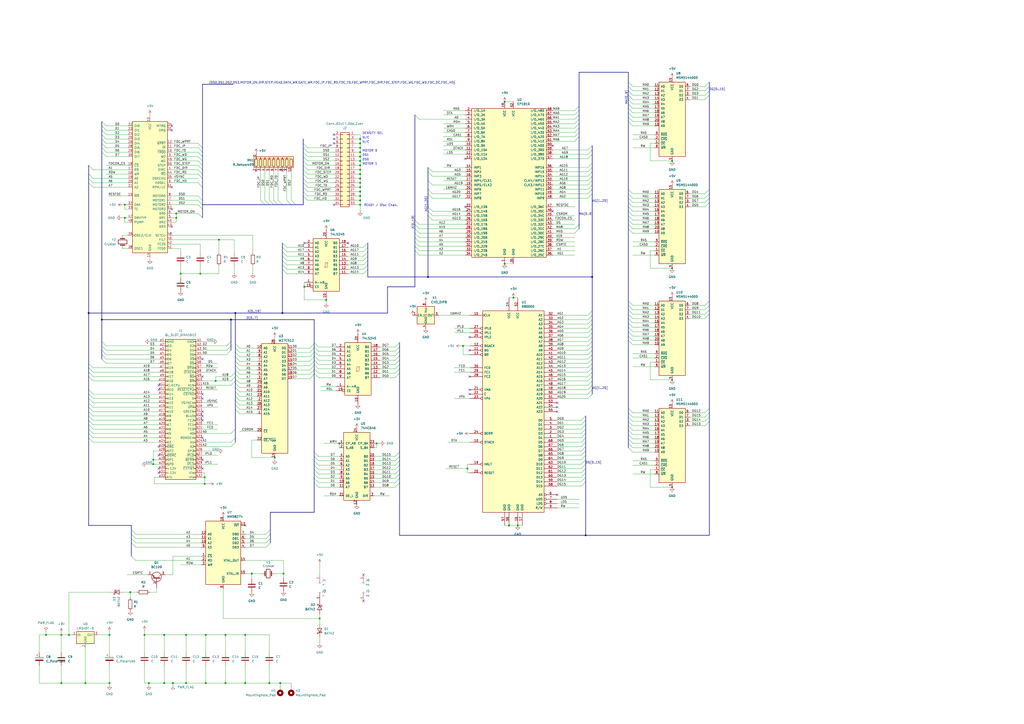
<source format=kicad_sch>
(kicad_sch (version 20230121) (generator eeschema)
  (paper "A2")
  (title_block (title "Sinclair QL Gold Card 3") (date "2024-04-11") (rev "0.0") (company "Alvaro Alea Fernandez") (comment 1 "Based on schematic from tetroid") (comment 2 "Licensed under Cern OHL-S - https://ohwr.org/cern_ohl_s_v2.txt"))
  (junction (at 164.465 332.74))
  (junction (at 49.53 396.24))
  (junction (at 208.915 108.585))
  (junction (at 142.24 368.3))
  (junction (at 339.725 310.515))
  (junction (at 133.985 185.42))
  (junction (at 208.915 103.505))
  (junction (at 189.23 173.99))
  (junction (at 163.83 181.61))
  (junction (at 208.915 100.965))
  (junction (at 208.915 83.185))
  (junction (at 118.745 280.67))
  (junction (at 208.915 93.345))
  (junction (at 156.21 396.24))
  (junction (at 63.5 368.3))
  (junction (at 35.56 396.24))
  (junction (at 297.815 172.72))
  (junction (at 127 139.065))
  (junction (at 292.735 59.055))
  (junction (at 102.235 126.365))
  (junction (at 51.435 181.61))
  (junction (at 86.36 396.24))
  (junction (at 389.89 93.345))
  (junction (at 83.82 368.3))
  (junction (at 208.915 98.425))
  (junction (at 72.39 126.365))
  (junction (at 295.275 304.8))
  (junction (at 119.38 396.24))
  (junction (at 63.5 396.24))
  (junction (at 196.85 257.175))
  (junction (at 208.915 80.645))
  (junction (at 176.53 166.37))
  (junction (at 100.33 396.24))
  (junction (at 208.915 88.265))
  (junction (at 130.81 396.24))
  (junction (at 119.38 368.3))
  (junction (at 389.89 282.575))
  (junction (at 95.25 396.24))
  (junction (at 107.95 368.3))
  (junction (at 159.385 265.43))
  (junction (at 118.745 276.86))
  (junction (at 208.915 85.725))
  (junction (at 35.56 368.3))
  (junction (at 208.915 95.885))
  (junction (at 343.535 160.655))
  (junction (at 162.56 396.24))
  (junction (at 208.915 111.125))
  (junction (at 185.42 358.775))
  (junction (at 26.67 368.3))
  (junction (at 130.81 368.3))
  (junction (at 208.915 116.205))
  (junction (at 208.915 118.745))
  (junction (at 125.095 220.98))
  (junction (at 40.005 368.3))
  (junction (at 208.915 113.665))
  (junction (at 389.89 155.575))
  (junction (at 208.915 90.805))
  (junction (at 292.735 153.035))
  (junction (at 95.25 368.3))
  (junction (at 88.9 269.24))
  (junction (at 102.235 123.825))
  (junction (at 208.915 106.045))
  (junction (at 72.39 118.745))
  (junction (at 268.605 200.66))
  (junction (at 218.44 257.175))
  (junction (at 116.205 158.75))
  (junction (at 104.775 158.75))
  (junction (at 107.95 396.24))
  (junction (at 142.24 396.24))
  (junction (at 248.285 160.655))
  (junction (at 88.9 266.7))
  (junction (at 59.055 185.42))
  (junction (at 389.89 220.345))
  (junction (at 146.05 332.74))
  (junction (at 271.145 271.78))
  (junction (at 136.525 181.61))
  (junction (at 75.565 343.535))
  (junction (at 300.355 304.8))
  (no_connect (at 117.475 254))
  (no_connect (at 323.215 238.76))
  (no_connect (at 117.475 231.14))
  (no_connect (at 99.695 108.585))
  (no_connect (at 92.075 259.08))
  (no_connect (at 117.475 238.76))
  (no_connect (at 117.475 228.6))
  (no_connect (at 272.415 203.2))
  (no_connect (at 117.475 208.28))
  (no_connect (at 92.075 223.52))
  (no_connect (at 92.075 264.16))
  (no_connect (at 323.215 287.02))
  (no_connect (at 193.675 80.645))
  (no_connect (at 92.075 274.32))
  (no_connect (at 148.59 99.06))
  (no_connect (at 210.82 348.615))
  (no_connect (at 323.215 233.68))
  (no_connect (at 320.675 122.555))
  (no_connect (at 99.695 73.025))
  (no_connect (at 117.475 218.44))
  (no_connect (at 272.415 218.44))
  (no_connect (at 193.675 118.745))
  (no_connect (at 201.93 140.97))
  (no_connect (at 193.675 83.185))
  (no_connect (at 323.215 236.22))
  (no_connect (at 193.675 78.105))
  (no_connect (at 272.415 226.06))
  (no_connect (at 117.475 266.7))
  (no_connect (at 117.475 271.78))
  (no_connect (at 92.075 226.06))
  (no_connect (at 99.695 75.565))
  (no_connect (at 117.475 241.3))
  (no_connect (at 99.695 121.285))
  (no_connect (at 92.075 271.78))
  (no_connect (at 272.415 195.58))
  (no_connect (at 176.53 140.97))
  (no_connect (at 163.83 99.06))
  (no_connect (at 269.875 92.075))
  (no_connect (at 269.875 120.015))
  (no_connect (at 320.675 84.455))
  (no_connect (at 272.415 228.6))
  (no_connect (at 142.24 304.8))
  (no_connect (at 99.695 131.445))
  (no_connect (at 210.82 333.375))
  (no_connect (at 117.475 243.84))
  (bus_entry (at 182.245 207.01) (size -2.54 2.54))
  (bus_entry (at 231.775 277.495) (size -2.54 2.54))
  (bus_entry (at 156.845 314.96) (size -2.54 2.54))
  (bus_entry (at 59.055 80.645) (size 2.54 2.54))
  (bus_entry (at 364.49 236.855) (size 2.54 2.54))
  (bus_entry (at 364.49 177.165) (size 2.54 2.54))
  (bus_entry (at 339.725 248.92) (size -2.54 2.54))
  (bus_entry (at 364.49 184.785) (size 2.54 2.54))
  (bus_entry (at 335.915 61.595) (size -2.54 2.54))
  (bus_entry (at 51.435 246.38) (size 2.54 2.54))
  (bus_entry (at 343.535 89.535) (size -2.54 2.54))
  (bus_entry (at 364.49 239.395) (size 2.54 2.54))
  (bus_entry (at 213.36 140.97) (size -2.54 2.54))
  (bus_entry (at 136.525 212.09) (size 2.54 2.54))
  (bus_entry (at 136.525 254) (size -2.54 2.54))
  (bus_entry (at 51.435 248.92) (size 2.54 2.54))
  (bus_entry (at 343.535 220.98) (size -2.54 2.54))
  (bus_entry (at 114.935 100.965) (size 2.54 2.54))
  (bus_entry (at 364.49 257.175) (size 2.54 2.54))
  (bus_entry (at 231.775 272.415) (size -2.54 2.54))
  (bus_entry (at 136.525 234.95) (size 2.54 2.54))
  (bus_entry (at 364.49 70.485) (size 2.54 2.54))
  (bus_entry (at 364.49 259.715) (size 2.54 2.54))
  (bus_entry (at 240.665 127.635) (size 2.54 2.54))
  (bus_entry (at 335.915 69.215) (size -2.54 2.54))
  (bus_entry (at 136.525 219.71) (size 2.54 2.54))
  (bus_entry (at 411.48 55.245) (size -2.54 2.54))
  (bus_entry (at 231.775 203.835) (size -2.54 2.54))
  (bus_entry (at 156.845 309.88) (size -2.54 2.54))
  (bus_entry (at 51.435 236.22) (size 2.54 2.54))
  (bus_entry (at 335.915 76.835) (size -2.54 2.54))
  (bus_entry (at 343.535 84.455) (size -2.54 2.54))
  (bus_entry (at 151.13 116.205) (size 2.54 2.54))
  (bus_entry (at 168.91 116.205) (size 2.54 2.54))
  (bus_entry (at 182.245 199.39) (size -2.54 2.54))
  (bus_entry (at 114.935 83.185) (size 2.54 2.54))
  (bus_entry (at 240.665 135.255) (size 2.54 2.54))
  (bus_entry (at 364.49 120.015) (size 2.54 2.54))
  (bus_entry (at 364.49 67.945) (size 2.54 2.54))
  (bus_entry (at 136.525 201.93) (size 2.54 2.54))
  (bus_entry (at 248.285 99.695) (size 2.54 2.54))
  (bus_entry (at 339.725 241.3) (size -2.54 2.54))
  (bus_entry (at 364.49 197.485) (size 2.54 2.54))
  (bus_entry (at 133.985 203.2) (size -2.54 2.54))
  (bus_entry (at 231.775 206.375) (size -2.54 2.54))
  (bus_entry (at 136.525 229.87) (size 2.54 2.54))
  (bus_entry (at 343.535 228.6) (size -2.54 2.54))
  (bus_entry (at 175.895 111.125) (size 2.54 2.54))
  (bus_entry (at 343.535 190.5) (size -2.54 2.54))
  (bus_entry (at 136.525 207.01) (size 2.54 2.54))
  (bus_entry (at 213.36 148.59) (size -2.54 2.54))
  (bus_entry (at 339.725 271.78) (size -2.54 2.54))
  (bus_entry (at 364.49 174.625) (size 2.54 2.54))
  (bus_entry (at 182.245 206.375) (size 2.54 2.54))
  (bus_entry (at 175.895 88.265) (size 2.54 2.54))
  (bus_entry (at 51.435 218.44) (size 2.54 2.54))
  (bus_entry (at 343.535 213.36) (size -2.54 2.54))
  (bus_entry (at 364.49 60.325) (size 2.54 2.54))
  (bus_entry (at 343.535 218.44) (size -2.54 2.54))
  (bus_entry (at 411.48 117.475) (size -2.54 2.54))
  (bus_entry (at 343.535 107.315) (size -2.54 2.54))
  (bus_entry (at 136.525 232.41) (size 2.54 2.54))
  (bus_entry (at 231.775 267.335) (size -2.54 2.54))
  (bus_entry (at 411.48 236.855) (size -2.54 2.54))
  (bus_entry (at 411.48 52.705) (size -2.54 2.54))
  (bus_entry (at 51.435 241.3) (size 2.54 2.54))
  (bus_entry (at 136.525 209.55) (size 2.54 2.54))
  (bus_entry (at 411.48 112.395) (size -2.54 2.54))
  (bus_entry (at 240.665 66.675) (size 2.54 2.54))
  (bus_entry (at 117.475 126.365) (size -2.54 -2.54))
  (bus_entry (at 136.525 199.39) (size 2.54 2.54))
  (bus_entry (at 175.895 93.345) (size 2.54 2.54))
  (bus_entry (at 182.245 262.255) (size 2.54 2.54))
  (bus_entry (at 364.49 125.095) (size 2.54 2.54))
  (bus_entry (at 59.055 205.74) (size 2.54 2.54))
  (bus_entry (at 59.055 85.725) (size 2.54 2.54))
  (bus_entry (at 343.535 180.34) (size -2.54 2.54))
  (bus_entry (at 364.49 62.865) (size 2.54 2.54))
  (bus_entry (at 163.83 140.97) (size 2.54 2.54))
  (bus_entry (at 339.725 264.16) (size -2.54 2.54))
  (bus_entry (at 335.915 79.375) (size -2.54 2.54))
  (bus_entry (at 114.935 106.045) (size 2.54 2.54))
  (bus_entry (at 364.49 117.475) (size 2.54 2.54))
  (bus_entry (at 117.475 121.285) (size -2.54 -2.54))
  (bus_entry (at 114.935 95.885) (size 2.54 2.54))
  (bus_entry (at 182.245 201.295) (size 2.54 2.54))
  (bus_entry (at 335.915 71.755) (size -2.54 2.54))
  (bus_entry (at 343.535 109.855) (size -2.54 2.54))
  (bus_entry (at 411.48 244.475) (size -2.54 2.54))
  (bus_entry (at 343.535 102.235) (size -2.54 2.54))
  (bus_entry (at 248.285 125.095) (size 2.54 2.54))
  (bus_entry (at 343.535 223.52) (size -2.54 2.54))
  (bus_entry (at 339.725 274.32) (size -2.54 2.54))
  (bus_entry (at 166.37 116.205) (size 2.54 2.54))
  (bus_entry (at 231.775 208.915) (size -2.54 2.54))
  (bus_entry (at 51.435 233.68) (size 2.54 2.54))
  (bus_entry (at 136.525 237.49) (size 2.54 2.54))
  (bus_entry (at 136.525 256.54) (size -2.54 2.54))
  (bus_entry (at 136.525 220.98) (size -2.54 2.54))
  (bus_entry (at 364.49 65.405) (size 2.54 2.54))
  (bus_entry (at 163.83 151.13) (size 2.54 2.54))
  (bus_entry (at 231.775 198.755) (size -2.54 2.54))
  (bus_entry (at 343.535 210.82) (size -2.54 2.54))
  (bus_entry (at 182.245 211.455) (size 2.54 2.54))
  (bus_entry (at 175.895 90.805) (size 2.54 2.54))
  (bus_entry (at 59.055 73.025) (size 2.54 2.54))
  (bus_entry (at 231.775 211.455) (size -2.54 2.54))
  (bus_entry (at 51.435 215.9) (size 2.54 2.54))
  (bus_entry (at 364.49 112.395) (size 2.54 2.54))
  (bus_entry (at 136.525 215.9) (size -2.54 2.54))
  (bus_entry (at 364.49 109.855) (size 2.54 2.54))
  (bus_entry (at 156.845 307.34) (size -2.54 2.54))
  (bus_entry (at 339.725 251.46) (size -2.54 2.54))
  (bus_entry (at 163.83 148.59) (size 2.54 2.54))
  (bus_entry (at 364.49 187.325) (size 2.54 2.54))
  (bus_entry (at 339.725 266.7) (size -2.54 2.54))
  (bus_entry (at 248.285 109.855) (size 2.54 2.54))
  (bus_entry (at 248.285 104.775) (size 2.54 2.54))
  (bus_entry (at 339.725 261.62) (size -2.54 2.54))
  (bus_entry (at 51.435 210.82) (size 2.54 2.54))
  (bus_entry (at 213.36 151.13) (size -2.54 2.54))
  (bus_entry (at 51.435 226.06) (size 2.54 2.54))
  (bus_entry (at 182.245 277.495) (size 2.54 2.54))
  (bus_entry (at 51.435 213.36) (size 2.54 2.54))
  (bus_entry (at 182.245 212.09) (size -2.54 2.54))
  (bus_entry (at 343.535 203.2) (size -2.54 2.54))
  (bus_entry (at 136.525 214.63) (size 2.54 2.54))
  (bus_entry (at 117.475 118.745) (size -2.54 -2.54))
  (bus_entry (at 59.055 200.66) (size 2.54 2.54))
  (bus_entry (at 182.245 201.93) (size -2.54 2.54))
  (bus_entry (at 339.725 243.84) (size -2.54 2.54))
  (bus_entry (at 411.48 50.165) (size -2.54 2.54))
  (bus_entry (at 339.725 259.08) (size -2.54 2.54))
  (bus_entry (at 59.055 198.12) (size 2.54 2.54))
  (bus_entry (at 335.915 64.135) (size -2.54 2.54))
  (bus_entry (at 182.245 203.835) (size 2.54 2.54))
  (bus_entry (at 240.665 132.715) (size 2.54 2.54))
  (bus_entry (at 231.775 262.255) (size -2.54 2.54))
  (bus_entry (at 59.055 208.28) (size 2.54 2.54))
  (bus_entry (at 364.49 130.175) (size 2.54 2.54))
  (bus_entry (at 364.49 244.475) (size 2.54 2.54))
  (bus_entry (at 343.535 205.74) (size -2.54 2.54))
  (bus_entry (at 411.48 114.935) (size -2.54 2.54))
  (bus_entry (at 51.435 95.885) (size 2.54 2.54))
  (bus_entry (at 335.915 74.295) (size -2.54 2.54))
  (bus_entry (at 182.245 208.915) (size 2.54 2.54))
  (bus_entry (at 136.525 248.92) (size -2.54 2.54))
  (bus_entry (at 136.525 218.44) (size -2.54 2.54))
  (bus_entry (at 51.435 238.76) (size 2.54 2.54))
  (bus_entry (at 343.535 104.775) (size -2.54 2.54))
  (bus_entry (at 182.245 209.55) (size -2.54 2.54))
  (bus_entry (at 240.665 137.795) (size 2.54 2.54))
  (bus_entry (at 114.935 88.265) (size 2.54 2.54))
  (bus_entry (at 182.245 217.17) (size -2.54 2.54))
  (bus_entry (at 213.36 143.51) (size -2.54 2.54))
  (bus_entry (at 339.725 279.4) (size -2.54 2.54))
  (bus_entry (at 133.985 200.66) (size -2.54 2.54))
  (bus_entry (at 364.49 122.555) (size 2.54 2.54))
  (bus_entry (at 59.055 75.565) (size 2.54 2.54))
  (bus_entry (at 364.49 57.785) (size 2.54 2.54))
  (bus_entry (at 240.665 140.335) (size 2.54 2.54))
  (bus_entry (at 213.36 146.05) (size -2.54 2.54))
  (bus_entry (at 175.895 100.965) (size 2.54 2.54))
  (bus_entry (at 364.49 241.935) (size 2.54 2.54))
  (bus_entry (at 161.29 116.205) (size 2.54 2.54))
  (bus_entry (at 156.21 116.205) (size 2.54 2.54))
  (bus_entry (at 411.48 182.245) (size -2.54 2.54))
  (bus_entry (at 175.895 106.045) (size 2.54 2.54))
  (bus_entry (at 411.48 179.705) (size -2.54 2.54))
  (bus_entry (at 364.49 47.625) (size 2.54 2.54))
  (bus_entry (at 76.2 322.58) (size 2.54 2.54))
  (bus_entry (at 182.245 272.415) (size 2.54 2.54))
  (bus_entry (at 182.245 204.47) (size -2.54 2.54))
  (bus_entry (at 364.49 249.555) (size 2.54 2.54))
  (bus_entry (at 343.535 182.88) (size -2.54 2.54))
  (bus_entry (at 339.725 256.54) (size -2.54 2.54))
  (bus_entry (at 339.725 246.38) (size -2.54 2.54))
  (bus_entry (at 51.435 251.46) (size 2.54 2.54))
  (bus_entry (at 76.2 307.34) (size 2.54 2.54))
  (bus_entry (at 343.535 195.58) (size -2.54 2.54))
  (bus_entry (at 231.775 216.535) (size -2.54 2.54))
  (bus_entry (at 343.535 97.155) (size -2.54 2.54))
  (bus_entry (at 364.49 194.945) (size 2.54 2.54))
  (bus_entry (at 411.48 47.625) (size -2.54 2.54))
  (bus_entry (at 59.055 88.265) (size 2.54 2.54))
  (bus_entry (at 117.475 116.205) (size -2.54 -2.54))
  (bus_entry (at 343.535 198.12) (size -2.54 2.54))
  (bus_entry (at 182.245 213.995) (size 2.54 2.54))
  (bus_entry (at 51.435 243.84) (size 2.54 2.54))
  (bus_entry (at 175.895 98.425) (size 2.54 2.54))
  (bus_entry (at 343.535 99.695) (size -2.54 2.54))
  (bus_entry (at 343.535 112.395) (size -2.54 2.54))
  (bus_entry (at 51.435 228.6) (size 2.54 2.54))
  (bus_entry (at 51.435 231.14) (size 2.54 2.54))
  (bus_entry (at 163.83 156.21) (size 2.54 2.54))
  (bus_entry (at 411.48 174.625) (size -2.54 2.54))
  (bus_entry (at 343.535 185.42) (size -2.54 2.54))
  (bus_entry (at 364.49 114.935) (size 2.54 2.54))
  (bus_entry (at 163.83 153.67) (size 2.54 2.54))
  (bus_entry (at 335.915 132.715) (size -2.54 2.54))
  (bus_entry (at 364.49 247.015) (size 2.54 2.54))
  (bus_entry (at 343.535 226.06) (size -2.54 2.54))
  (bus_entry (at 136.525 224.79) (size 2.54 2.54))
  (bus_entry (at 411.48 109.855) (size -2.54 2.54))
  (bus_entry (at 213.36 153.67) (size -2.54 2.54))
  (bus_entry (at 364.49 179.705) (size 2.54 2.54))
  (bus_entry (at 411.48 177.165) (size -2.54 2.54))
  (bus_entry (at 114.935 90.805) (size 2.54 2.54))
  (bus_entry (at 182.245 274.955) (size 2.54 2.54))
  (bus_entry (at 248.285 122.555) (size 2.54 2.54))
  (bus_entry (at 175.895 103.505) (size 2.54 2.54))
  (bus_entry (at 343.535 86.995) (size -2.54 2.54))
  (bus_entry (at 231.775 213.995) (size -2.54 2.54))
  (bus_entry (at 175.895 83.185) (size 2.54 2.54))
  (bus_entry (at 163.83 146.05) (size 2.54 2.54))
  (bus_entry (at 364.49 127.635) (size 2.54 2.54))
  (bus_entry (at 411.48 239.395) (size -2.54 2.54))
  (bus_entry (at 136.525 217.17) (size 2.54 2.54))
  (bus_entry (at 343.535 208.28) (size -2.54 2.54))
  (bus_entry (at 51.435 103.505) (size 2.54 2.54))
  (bus_entry (at 364.49 192.405) (size 2.54 2.54))
  (bus_entry (at 175.895 95.885) (size 2.54 2.54))
  (bus_entry (at 343.535 200.66) (size -2.54 2.54))
  (bus_entry (at 163.83 143.51) (size 2.54 2.54))
  (bus_entry (at 59.055 203.2) (size 2.54 2.54))
  (bus_entry (at 114.935 85.725) (size 2.54 2.54))
  (bus_entry (at 182.245 269.875) (size 2.54 2.54))
  (bus_entry (at 339.725 269.24) (size -2.54 2.54))
  (bus_entry (at 343.535 193.04) (size -2.54 2.54))
  (bus_entry (at 59.055 83.185) (size 2.54 2.54))
  (bus_entry (at 153.67 116.205) (size 2.54 2.54))
  (bus_entry (at 339.725 254) (size -2.54 2.54))
  (bus_entry (at 51.435 106.045) (size 2.54 2.54))
  (bus_entry (at 231.775 201.295) (size -2.54 2.54))
  (bus_entry (at 231.775 274.955) (size -2.54 2.54))
  (bus_entry (at 231.775 269.875) (size -2.54 2.54))
  (bus_entry (at 364.49 254.635) (size 2.54 2.54))
  (bus_entry (at 364.49 52.705) (size 2.54 2.54))
  (bus_entry (at 175.895 85.725) (size 2.54 2.54))
  (bus_entry (at 240.665 130.175) (size 2.54 2.54))
  (bus_entry (at 231.775 264.795) (size -2.54 2.54))
  (bus_entry (at 364.49 252.095) (size 2.54 2.54))
  (bus_entry (at 364.49 50.165) (size 2.54 2.54))
  (bus_entry (at 51.435 254) (size 2.54 2.54))
  (bus_entry (at 335.915 66.675) (size -2.54 2.54))
  (bus_entry (at 51.435 100.965) (size 2.54 2.54))
  (bus_entry (at 335.915 130.175) (size -2.54 2.54))
  (bus_entry (at 59.055 70.485) (size 2.54 2.54))
  (bus_entry (at 114.935 98.425) (size 2.54 2.54))
  (bus_entry (at 248.285 120.015) (size 2.54 2.54))
  (bus_entry (at 364.49 132.715) (size 2.54 2.54))
  (bus_entry (at 182.245 214.63) (size -2.54 2.54))
  (bus_entry (at 182.245 264.795) (size 2.54 2.54))
  (bus_entry (at 248.285 97.155) (size 2.54 2.54))
  (bus_entry (at 136.525 227.33) (size 2.54 2.54))
  (bus_entry (at 175.895 113.665) (size 2.54 2.54))
  (bus_entry (at 182.245 216.535) (size 2.54 2.54))
  (bus_entry (at 343.535 215.9) (size -2.54 2.54))
  (bus_entry (at 248.285 112.395) (size 2.54 2.54))
  (bus_entry (at 76.2 309.88) (size 2.54 2.54))
  (bus_entry (at 240.665 142.875) (size 2.54 2.54))
  (bus_entry (at 133.985 198.12) (size -2.54 2.54))
  (bus_entry (at 240.665 145.415) (size 2.54 2.54))
  (bus_entry (at 411.48 241.935) (size -2.54 2.54))
  (bus_entry (at 213.36 156.21) (size -2.54 2.54))
  (bus_entry (at 59.055 78.105) (size 2.54 2.54))
  (bus_entry (at 364.49 189.865) (size 2.54 2.54))
  (bus_entry (at 175.895 108.585) (size 2.54 2.54))
  (bus_entry (at 158.75 116.205) (size 2.54 2.54))
  (bus_entry (at 156.845 312.42) (size -2.54 2.54))
  (bus_entry (at 136.525 222.25) (size 2.54 2.54))
  (bus_entry (at 364.49 55.245) (size 2.54 2.54))
  (bus_entry (at 343.535 187.96) (size -2.54 2.54))
  (bus_entry (at 339.725 276.86) (size -2.54 2.54))
  (bus_entry (at 364.49 182.245) (size 2.54 2.54))
  (bus_entry (at 182.245 198.755) (size 2.54 2.54))
  (bus_entry (at 136.525 204.47) (size 2.54 2.54))
  (bus_entry (at 76.2 314.96) (size 2.54 2.54))
  (bus_entry (at 182.245 280.035) (size 2.54 2.54))
  (bus_entry (at 231.775 280.035) (size -2.54 2.54))
  (bus_entry (at 182.245 267.335) (size 2.54 2.54))
  (bus_entry (at 76.2 312.42) (size 2.54 2.54))
  (bus_entry (at 114.935 93.345) (size 2.54 2.54))
  (bus_entry (at 343.535 94.615) (size -2.54 2.54))
  (wire (pts (xy 99.695 118.745) (xy 114.935 118.745)))
  (bus (pts (xy 182.245 209.55) (xy 182.245 211.455)))
  (wire (pts (xy 201.93 158.75) (xy 210.82 158.75)))
  (bus (pts (xy 248.285 112.395) (xy 248.285 120.015)))
  (wire (pts (xy 250.825 114.935) (xy 269.875 114.935)))
  (wire (pts (xy 99.695 139.065) (xy 127 139.065)))
  (wire (pts (xy 142.24 332.74) (xy 146.05 332.74)))
  (bus (pts (xy 117.475 116.205) (xy 117.475 118.745)))
  (wire (pts (xy 194.945 211.455) (xy 184.785 211.455)))
  (wire (pts (xy 119.38 368.3) (xy 119.38 378.46)))
  (wire (pts (xy 271.145 269.24) (xy 271.145 271.78)))
  (bus (pts (xy 59.055 200.66) (xy 59.055 203.2)))
  (bus (pts (xy 117.475 48.895) (xy 117.475 85.725)))
  (wire (pts (xy 178.435 98.425) (xy 193.675 98.425)))
  (wire (pts (xy 400.05 244.475) (xy 408.94 244.475)))
  (wire (pts (xy 89.535 280.67) (xy 118.745 280.67)))
  (wire (pts (xy 117.475 210.82) (xy 126.365 210.82)))
  (wire (pts (xy 367.03 147.955) (xy 379.73 147.955)))
  (wire (pts (xy 161.29 99.06) (xy 161.29 116.205)))
  (bus (pts (xy 136.525 224.79) (xy 136.525 227.33)))
  (wire (pts (xy 367.03 140.335) (xy 379.73 140.335)))
  (wire (pts (xy 292.735 304.8) (xy 295.275 304.8)))
  (bus (pts (xy 117.475 48.895) (xy 135.255 48.895)))
  (wire (pts (xy 114.935 88.265) (xy 99.695 88.265)))
  (bus (pts (xy 240.665 166.37) (xy 240.665 145.415)))
  (wire (pts (xy 117.475 248.92) (xy 126.365 248.92)))
  (wire (pts (xy 208.915 90.805) (xy 208.915 93.345)))
  (wire (pts (xy 220.345 211.455) (xy 229.235 211.455)))
  (wire (pts (xy 367.03 200.025) (xy 379.73 200.025)))
  (wire (pts (xy 206.375 118.745) (xy 208.915 118.745)))
  (wire (pts (xy 184.785 264.795) (xy 196.85 264.795)))
  (bus (pts (xy 117.475 118.745) (xy 153.67 118.745)))
  (wire (pts (xy 176.53 143.51) (xy 166.37 143.51)))
  (wire (pts (xy 159.385 265.43) (xy 159.385 266.7)))
  (bus (pts (xy 156.845 307.34) (xy 156.845 309.88)))
  (wire (pts (xy 194.945 206.375) (xy 184.785 206.375)))
  (wire (pts (xy 400.05 114.935) (xy 408.94 114.935)))
  (wire (pts (xy 100.33 333.375) (xy 95.885 333.375)))
  (bus (pts (xy 364.49 109.855) (xy 364.49 112.395)))
  (bus (pts (xy 51.435 254) (xy 51.435 304.8)))
  (bus (pts (xy 411.48 179.705) (xy 411.48 182.245)))
  (wire (pts (xy 206.375 85.725) (xy 208.915 85.725)))
  (bus (pts (xy 343.535 218.44) (xy 343.535 220.98)))
  (wire (pts (xy 99.695 123.825) (xy 102.235 123.825)))
  (wire (pts (xy 169.545 201.93) (xy 179.705 201.93)))
  (wire (pts (xy 78.74 325.12) (xy 116.84 325.12)))
  (wire (pts (xy 217.17 282.575) (xy 229.235 282.575)))
  (wire (pts (xy 71.12 118.745) (xy 72.39 118.745)))
  (wire (pts (xy 367.03 130.175) (xy 379.73 130.175)))
  (wire (pts (xy 178.435 111.125) (xy 193.675 111.125)))
  (wire (pts (xy 367.03 52.705) (xy 379.73 52.705)))
  (bus (pts (xy 136.525 220.98) (xy 136.525 222.25)))
  (wire (pts (xy 323.215 261.62) (xy 337.185 261.62)))
  (wire (pts (xy 257.175 76.835) (xy 269.875 76.835)))
  (wire (pts (xy 117.475 203.2) (xy 131.445 203.2)))
  (wire (pts (xy 206.375 100.965) (xy 208.915 100.965)))
  (wire (pts (xy 154.305 314.96) (xy 142.24 314.96)))
  (bus (pts (xy 51.435 228.6) (xy 51.435 231.14)))
  (wire (pts (xy 323.215 256.54) (xy 337.185 256.54)))
  (wire (pts (xy 146.685 154.305) (xy 146.685 158.75)))
  (wire (pts (xy 263.525 215.9) (xy 272.415 215.9)))
  (bus (pts (xy 343.535 215.9) (xy 343.535 218.44)))
  (wire (pts (xy 53.975 108.585) (xy 74.295 108.585)))
  (wire (pts (xy 320.675 89.535) (xy 340.995 89.535)))
  (wire (pts (xy 323.215 190.5) (xy 340.995 190.5)))
  (wire (pts (xy 243.205 147.955) (xy 269.875 147.955)))
  (wire (pts (xy 297.815 172.72) (xy 300.355 172.72)))
  (bus (pts (xy 117.475 85.725) (xy 117.475 88.265)))
  (wire (pts (xy 107.95 386.08) (xy 107.95 396.24)))
  (wire (pts (xy 220.345 216.535) (xy 229.235 216.535)))
  (wire (pts (xy 139.065 212.09) (xy 149.225 212.09)))
  (wire (pts (xy 117.475 264.16) (xy 126.365 264.16)))
  (bus (pts (xy 182.245 272.415) (xy 182.245 274.955)))
  (wire (pts (xy 119.38 386.08) (xy 119.38 396.24)))
  (wire (pts (xy 320.675 64.135) (xy 333.375 64.135)))
  (bus (pts (xy 76.2 312.42) (xy 76.2 314.96)))
  (bus (pts (xy 248.285 104.775) (xy 248.285 109.855)))
  (wire (pts (xy 74.295 85.725) (xy 61.595 85.725)))
  (wire (pts (xy 367.03 112.395) (xy 379.73 112.395)))
  (bus (pts (xy 136.525 207.01) (xy 136.525 209.55)))
  (bus (pts (xy 175.895 90.805) (xy 175.895 88.265)))
  (wire (pts (xy 117.475 261.62) (xy 126.365 261.62)))
  (wire (pts (xy 53.975 215.9) (xy 92.075 215.9)))
  (wire (pts (xy 194.945 213.995) (xy 184.785 213.995)))
  (wire (pts (xy 127 139.065) (xy 135.89 139.065)))
  (bus (pts (xy 51.435 251.46) (xy 51.435 254)))
  (wire (pts (xy 74.295 88.265) (xy 61.595 88.265)))
  (wire (pts (xy 323.215 218.44) (xy 340.995 218.44)))
  (wire (pts (xy 323.215 246.38) (xy 337.185 246.38)))
  (wire (pts (xy 114.935 103.505) (xy 99.695 103.505)))
  (bus (pts (xy 133.985 198.12) (xy 133.985 200.66)))
  (bus (pts (xy 411.48 182.245) (xy 411.48 236.855)))
  (bus (pts (xy 51.435 238.76) (xy 51.435 241.3)))
  (bus (pts (xy 364.49 247.015) (xy 364.49 249.555)))
  (wire (pts (xy 104.775 154.305) (xy 104.775 158.75)))
  (bus (pts (xy 158.75 118.745) (xy 161.29 118.745)))
  (wire (pts (xy 117.475 226.06) (xy 126.365 226.06)))
  (bus (pts (xy 161.29 118.745) (xy 163.83 118.745)))
  (wire (pts (xy 139.065 222.25) (xy 149.225 222.25)))
  (wire (pts (xy 86.36 396.24) (xy 95.25 396.24)))
  (wire (pts (xy 323.215 259.08) (xy 337.185 259.08)))
  (bus (pts (xy 117.475 90.805) (xy 117.475 93.345)))
  (wire (pts (xy 162.56 396.24) (xy 168.91 396.24)))
  (bus (pts (xy 175.895 100.965) (xy 175.895 103.505)))
  (bus (pts (xy 231.775 201.295) (xy 231.775 203.835)))
  (wire (pts (xy 320.675 76.835) (xy 333.375 76.835)))
  (bus (pts (xy 51.435 181.61) (xy 51.435 210.82)))
  (wire (pts (xy 53.975 238.76) (xy 92.075 238.76)))
  (wire (pts (xy 53.975 241.3) (xy 92.075 241.3)))
  (bus (pts (xy 182.245 277.495) (xy 182.245 280.035)))
  (wire (pts (xy 367.03 262.255) (xy 379.73 262.255)))
  (wire (pts (xy 217.17 287.655) (xy 226.06 287.655)))
  (wire (pts (xy 323.215 200.66) (xy 340.995 200.66)))
  (wire (pts (xy 320.675 79.375) (xy 333.375 79.375)))
  (bus (pts (xy 136.525 181.61) (xy 136.525 199.39)))
  (bus (pts (xy 364.49 192.405) (xy 364.49 194.945)))
  (bus (pts (xy 339.725 269.24) (xy 339.725 271.78)))
  (wire (pts (xy 367.03 132.715) (xy 379.73 132.715)))
  (wire (pts (xy 139.065 207.01) (xy 149.225 207.01)))
  (wire (pts (xy 169.545 214.63) (xy 179.705 214.63)))
  (wire (pts (xy 142.24 325.12) (xy 164.465 325.12)))
  (wire (pts (xy 79.375 343.535) (xy 75.565 343.535)))
  (bus (pts (xy 231.775 277.495) (xy 231.775 280.035)))
  (bus (pts (xy 156.845 297.18) (xy 156.845 307.34)))
  (wire (pts (xy 117.475 269.24) (xy 126.365 269.24)))
  (bus (pts (xy 59.055 85.725) (xy 59.055 88.265)))
  (bus (pts (xy 343.535 195.58) (xy 343.535 198.12)))
  (wire (pts (xy 259.715 256.54) (xy 272.415 256.54)))
  (wire (pts (xy 323.215 185.42) (xy 340.995 185.42)))
  (bus (pts (xy 59.055 70.485) (xy 59.055 73.025)))
  (bus (pts (xy 136.525 181.61) (xy 163.83 181.61)))
  (wire (pts (xy 320.675 107.315) (xy 340.995 107.315)))
  (wire (pts (xy 100.33 396.24) (xy 107.95 396.24)))
  (bus (pts (xy 339.725 246.38) (xy 339.725 248.92)))
  (bus (pts (xy 343.535 187.96) (xy 343.535 190.5)))
  (wire (pts (xy 100.33 322.58) (xy 100.33 333.375)))
  (wire (pts (xy 139.065 224.79) (xy 149.225 224.79)))
  (bus (pts (xy 59.055 75.565) (xy 59.055 78.105)))
  (bus (pts (xy 339.725 261.62) (xy 339.725 264.16)))
  (wire (pts (xy 62.865 113.665) (xy 74.295 113.665)))
  (wire (pts (xy 323.215 226.06) (xy 340.995 226.06)))
  (wire (pts (xy 146.05 265.43) (xy 146.05 255.27)))
  (bus (pts (xy 364.49 65.405) (xy 364.49 67.945)))
  (wire (pts (xy 114.935 98.425) (xy 99.695 98.425)))
  (wire (pts (xy 367.03 249.555) (xy 379.73 249.555)))
  (wire (pts (xy 187.96 257.175) (xy 196.85 257.175)))
  (wire (pts (xy 367.03 114.935) (xy 379.73 114.935)))
  (wire (pts (xy 218.44 259.715) (xy 218.44 257.175)))
  (wire (pts (xy 320.675 142.875) (xy 333.375 142.875)))
  (bus (pts (xy 231.775 262.255) (xy 231.775 264.795)))
  (bus (pts (xy 168.91 118.745) (xy 171.45 118.745)))
  (wire (pts (xy 367.03 57.785) (xy 379.73 57.785)))
  (wire (pts (xy 99.695 116.205) (xy 114.935 116.205)))
  (wire (pts (xy 176.53 156.21) (xy 166.37 156.21)))
  (wire (pts (xy 367.03 80.645) (xy 379.73 80.645)))
  (wire (pts (xy 74.295 121.285) (xy 72.39 121.285)))
  (bus (pts (xy 343.535 84.455) (xy 343.535 86.995)))
  (bus (pts (xy 136.525 218.44) (xy 136.525 219.71)))
  (wire (pts (xy 217.17 280.035) (xy 229.235 280.035)))
  (bus (pts (xy 59.055 78.105) (xy 59.055 80.645)))
  (wire (pts (xy 63.5 386.08) (xy 63.5 396.24)))
  (wire (pts (xy 178.435 108.585) (xy 193.675 108.585)))
  (bus (pts (xy 117.475 103.505) (xy 117.475 108.585)))
  (wire (pts (xy 208.915 106.045) (xy 208.915 103.505)))
  (wire (pts (xy 201.93 143.51) (xy 210.82 143.51)))
  (bus (pts (xy 343.535 210.82) (xy 343.535 213.36)))
  (wire (pts (xy 117.475 198.12) (xy 123.19 198.12)))
  (bus (pts (xy 248.285 160.655) (xy 343.535 160.655)))
  (bus (pts (xy 171.45 118.745) (xy 175.895 118.745)))
  (wire (pts (xy 78.74 309.88) (xy 116.84 309.88)))
  (wire (pts (xy 367.03 127.635) (xy 379.73 127.635)))
  (wire (pts (xy 61.595 95.885) (xy 74.295 95.885)))
  (bus (pts (xy 231.775 211.455) (xy 231.775 213.995)))
  (wire (pts (xy 35.56 368.3) (xy 26.67 368.3)))
  (bus (pts (xy 364.49 47.625) (xy 364.49 50.165)))
  (wire (pts (xy 323.215 264.16) (xy 337.185 264.16)))
  (wire (pts (xy 208.915 108.585) (xy 208.915 111.125)))
  (wire (pts (xy 320.675 127.635) (xy 333.375 127.635)))
  (wire (pts (xy 320.675 74.295) (xy 333.375 74.295)))
  (wire (pts (xy 169.545 204.47) (xy 179.705 204.47)))
  (wire (pts (xy 125.095 220.98) (xy 125.095 218.44)))
  (bus (pts (xy 182.245 207.01) (xy 182.245 208.915)))
  (bus (pts (xy 364.49 254.635) (xy 364.49 257.175)))
  (wire (pts (xy 400.05 239.395) (xy 408.94 239.395)))
  (bus (pts (xy 51.435 246.38) (xy 51.435 248.92)))
  (bus (pts (xy 364.49 122.555) (xy 364.49 125.095)))
  (wire (pts (xy 176.53 153.67) (xy 166.37 153.67)))
  (wire (pts (xy 53.975 98.425) (xy 74.295 98.425)))
  (bus (pts (xy 136.525 232.41) (xy 136.525 234.95)))
  (wire (pts (xy 201.93 148.59) (xy 210.82 148.59)))
  (bus (pts (xy 240.665 127.635) (xy 240.665 130.175)))
  (bus (pts (xy 240.665 142.875) (xy 240.665 145.415)))
  (wire (pts (xy 320.675 81.915) (xy 333.375 81.915)))
  (wire (pts (xy 135.89 139.065) (xy 135.89 146.685)))
  (bus (pts (xy 213.36 146.05) (xy 213.36 148.59)))
  (bus (pts (xy 364.49 244.475) (xy 364.49 247.015)))
  (wire (pts (xy 127 139.065) (xy 127 146.685)))
  (wire (pts (xy 127 158.75) (xy 127 154.305)))
  (wire (pts (xy 220.345 208.915) (xy 229.235 208.915)))
  (wire (pts (xy 72.39 128.905) (xy 74.295 128.905)))
  (wire (pts (xy 95.25 396.24) (xy 100.33 396.24)))
  (wire (pts (xy 208.915 78.105) (xy 208.915 80.645)))
  (wire (pts (xy 217.17 267.335) (xy 229.235 267.335)))
  (wire (pts (xy 323.215 203.2) (xy 340.995 203.2)))
  (wire (pts (xy 35.56 367.03) (xy 35.56 368.3)))
  (wire (pts (xy 184.785 272.415) (xy 196.85 272.415)))
  (wire (pts (xy 320.675 130.175) (xy 333.375 130.175)))
  (bus (pts (xy 335.915 61.595) (xy 335.915 64.135)))
  (wire (pts (xy 178.435 106.045) (xy 193.675 106.045)))
  (wire (pts (xy 35.56 396.24) (xy 49.53 396.24)))
  (wire (pts (xy 49.53 375.92) (xy 49.53 396.24)))
  (wire (pts (xy 49.53 396.24) (xy 63.5 396.24)))
  (bus (pts (xy 182.245 262.255) (xy 182.245 264.795)))
  (wire (pts (xy 151.13 99.06) (xy 151.13 116.205)))
  (bus (pts (xy 163.83 146.05) (xy 163.83 148.59)))
  (bus (pts (xy 339.725 241.3) (xy 339.725 243.84)))
  (bus (pts (xy 364.49 114.935) (xy 364.49 117.475)))
  (wire (pts (xy 139.065 229.87) (xy 149.225 229.87)))
  (bus (pts (xy 240.665 130.175) (xy 240.665 132.715)))
  (bus (pts (xy 240.665 140.335) (xy 240.665 142.875)))
  (wire (pts (xy 320.675 99.695) (xy 340.995 99.695)))
  (bus (pts (xy 59.055 73.025) (xy 59.055 75.565)))
  (wire (pts (xy 367.03 117.475) (xy 379.73 117.475)))
  (wire (pts (xy 257.175 71.755) (xy 269.875 71.755)))
  (wire (pts (xy 117.475 220.98) (xy 125.095 220.98)))
  (wire (pts (xy 142.24 368.3) (xy 156.21 368.3)))
  (wire (pts (xy 130.81 386.08) (xy 130.81 396.24)))
  (bus (pts (xy 213.36 153.67) (xy 213.36 156.21)))
  (bus (pts (xy 339.725 248.92) (xy 339.725 251.46)))
  (bus (pts (xy 136.525 212.09) (xy 136.525 214.63)))
  (wire (pts (xy 208.915 118.745) (xy 208.915 116.205)))
  (bus (pts (xy 343.535 102.235) (xy 343.535 104.775)))
  (wire (pts (xy 178.435 88.265) (xy 193.675 88.265)))
  (bus (pts (xy 213.36 151.13) (xy 213.36 153.67)))
  (wire (pts (xy 400.05 50.165) (xy 408.94 50.165)))
  (wire (pts (xy 99.695 141.605) (xy 116.205 141.605)))
  (wire (pts (xy 367.03 241.935) (xy 379.73 241.935)))
  (wire (pts (xy 194.945 219.075) (xy 184.785 219.075)))
  (bus (pts (xy 231.775 267.335) (xy 231.775 269.875)))
  (bus (pts (xy 364.49 130.175) (xy 364.49 132.715)))
  (wire (pts (xy 129.54 358.775) (xy 185.42 358.775)))
  (bus (pts (xy 175.895 90.805) (xy 175.895 93.345)))
  (wire (pts (xy 178.435 95.885) (xy 193.675 95.885)))
  (bus (pts (xy 51.435 210.82) (xy 51.435 213.36)))
  (bus (pts (xy 248.285 97.155) (xy 248.285 99.695)))
  (bus (pts (xy 51.435 181.61) (xy 136.525 181.61)))
  (wire (pts (xy 176.53 148.59) (xy 166.37 148.59)))
  (bus (pts (xy 364.49 252.095) (xy 364.49 254.635)))
  (bus (pts (xy 248.285 99.695) (xy 248.285 104.775)))
  (bus (pts (xy 182.245 203.835) (xy 182.245 204.47)))
  (wire (pts (xy 271.145 274.32) (xy 272.415 274.32)))
  (wire (pts (xy 35.56 386.08) (xy 35.56 396.24)))
  (bus (pts (xy 136.525 229.87) (xy 136.525 232.41)))
  (bus (pts (xy 182.245 211.455) (xy 182.245 212.09)))
  (wire (pts (xy 53.975 256.54) (xy 92.075 256.54)))
  (wire (pts (xy 320.675 135.255) (xy 333.375 135.255)))
  (wire (pts (xy 257.175 79.375) (xy 269.875 79.375)))
  (bus (pts (xy 175.895 111.125) (xy 175.895 113.665)))
  (bus (pts (xy 117.475 95.885) (xy 117.475 98.425)))
  (wire (pts (xy 26.67 366.395) (xy 26.67 368.3)))
  (wire (pts (xy 118.745 276.86) (xy 118.745 274.32)))
  (wire (pts (xy 70.485 126.365) (xy 72.39 126.365)))
  (wire (pts (xy 53.975 218.44) (xy 92.075 218.44)))
  (wire (pts (xy 208.915 113.665) (xy 208.915 116.205)))
  (wire (pts (xy 99.695 90.805) (xy 114.935 90.805)))
  (wire (pts (xy 258.445 271.78) (xy 271.145 271.78)))
  (bus (pts (xy 248.285 122.555) (xy 248.285 125.095)))
  (wire (pts (xy 201.93 146.05) (xy 210.82 146.05)))
  (bus (pts (xy 51.435 241.3) (xy 51.435 243.84)))
  (wire (pts (xy 139.065 204.47) (xy 149.225 204.47)))
  (bus (pts (xy 240.665 132.715) (xy 240.665 135.255)))
  (bus (pts (xy 59.055 88.265) (xy 59.055 185.42)))
  (wire (pts (xy 169.545 212.09) (xy 179.705 212.09)))
  (bus (pts (xy 51.435 226.06) (xy 51.435 228.6)))
  (bus (pts (xy 213.36 148.59) (xy 213.36 151.13)))
  (bus (pts (xy 364.49 112.395) (xy 364.49 114.935)))
  (wire (pts (xy 117.475 233.68) (xy 126.365 233.68)))
  (wire (pts (xy 220.345 219.075) (xy 229.235 219.075)))
  (wire (pts (xy 400.05 184.785) (xy 408.94 184.785)))
  (wire (pts (xy 206.375 88.265) (xy 208.915 88.265)))
  (wire (pts (xy 320.675 145.415) (xy 333.375 145.415)))
  (bus (pts (xy 411.48 177.165) (xy 411.48 179.705)))
  (bus (pts (xy 343.535 109.855) (xy 343.535 112.395)))
  (wire (pts (xy 400.05 179.705) (xy 408.94 179.705)))
  (bus (pts (xy 175.895 83.185) (xy 175.895 80.645)))
  (wire (pts (xy 217.17 272.415) (xy 229.235 272.415)))
  (wire (pts (xy 323.215 243.84) (xy 337.185 243.84)))
  (wire (pts (xy 35.56 368.3) (xy 35.56 378.46)))
  (bus (pts (xy 335.915 41.91) (xy 364.49 41.91)))
  (wire (pts (xy 379.73 145.415) (xy 377.19 145.415)))
  (wire (pts (xy 117.475 246.38) (xy 126.365 246.38)))
  (wire (pts (xy 184.785 269.875) (xy 196.85 269.875)))
  (bus (pts (xy 364.49 241.935) (xy 364.49 244.475)))
  (bus (pts (xy 339.725 271.78) (xy 339.725 274.32)))
  (wire (pts (xy 263.525 190.5) (xy 272.415 190.5)))
  (wire (pts (xy 367.03 177.165) (xy 379.73 177.165)))
  (wire (pts (xy 169.545 207.01) (xy 179.705 207.01)))
  (wire (pts (xy 377.19 282.575) (xy 389.89 282.575)))
  (wire (pts (xy 320.675 102.235) (xy 340.995 102.235)))
  (wire (pts (xy 400.05 120.015) (xy 408.94 120.015)))
  (wire (pts (xy 142.24 368.3) (xy 142.24 378.46)))
  (wire (pts (xy 208.915 108.585) (xy 208.915 106.045)))
  (wire (pts (xy 323.215 205.74) (xy 340.995 205.74)))
  (bus (pts (xy 175.895 108.585) (xy 175.895 106.045)))
  (wire (pts (xy 367.03 85.725) (xy 379.73 85.725)))
  (wire (pts (xy 92.075 276.86) (xy 89.535 276.86)))
  (wire (pts (xy 89.535 276.86) (xy 89.535 280.67)))
  (wire (pts (xy 367.03 252.095) (xy 379.73 252.095)))
  (wire (pts (xy 99.695 113.665) (xy 114.935 113.665)))
  (wire (pts (xy 206.375 103.505) (xy 208.915 103.505)))
  (bus (pts (xy 411.48 112.395) (xy 411.48 114.935)))
  (wire (pts (xy 208.915 98.425) (xy 208.915 95.885)))
  (bus (pts (xy 343.535 185.42) (xy 343.535 187.96)))
  (wire (pts (xy 263.525 193.04) (xy 272.415 193.04)))
  (wire (pts (xy 176.53 163.83) (xy 176.53 166.37)))
  (bus (pts (xy 136.525 237.49) (xy 136.525 248.92)))
  (wire (pts (xy 117.475 223.52) (xy 133.985 223.52)))
  (bus (pts (xy 231.775 198.755) (xy 231.775 201.295)))
  (wire (pts (xy 53.975 246.38) (xy 92.075 246.38)))
  (wire (pts (xy 377.19 272.415) (xy 377.19 282.575)))
  (bus (pts (xy 59.055 80.645) (xy 59.055 83.185)))
  (wire (pts (xy 184.785 277.495) (xy 196.85 277.495)))
  (wire (pts (xy 117.475 236.22) (xy 126.365 236.22)))
  (bus (pts (xy 364.49 57.785) (xy 364.49 60.325)))
  (wire (pts (xy 139.065 227.33) (xy 149.225 227.33)))
  (bus (pts (xy 364.49 132.715) (xy 364.49 174.625)))
  (bus (pts (xy 339.725 251.46) (xy 339.725 254)))
  (wire (pts (xy 272.415 269.24) (xy 271.145 269.24)))
  (wire (pts (xy 367.03 247.015) (xy 379.73 247.015)))
  (wire (pts (xy 61.595 205.74) (xy 92.075 205.74)))
  (wire (pts (xy 114.935 106.045) (xy 99.695 106.045)))
  (bus (pts (xy 136.525 204.47) (xy 136.525 207.01)))
  (wire (pts (xy 367.03 122.555) (xy 379.73 122.555)))
  (wire (pts (xy 320.675 104.775) (xy 340.995 104.775)))
  (wire (pts (xy 367.03 125.095) (xy 379.73 125.095)))
  (bus (pts (xy 411.48 117.475) (xy 411.48 174.625)))
  (bus (pts (xy 175.895 106.045) (xy 175.895 103.505)))
  (bus (pts (xy 335.915 64.135) (xy 335.915 66.675)))
  (bus (pts (xy 240.665 166.37) (xy 224.79 166.37)))
  (wire (pts (xy 104.775 327.66) (xy 116.84 327.66)))
  (wire (pts (xy 367.03 179.705) (xy 379.73 179.705)))
  (wire (pts (xy 194.945 216.535) (xy 184.785 216.535)))
  (wire (pts (xy 367.03 62.865) (xy 379.73 62.865)))
  (wire (pts (xy 297.815 172.72) (xy 295.275 172.72)))
  (bus (pts (xy 182.245 206.375) (xy 182.245 207.01)))
  (wire (pts (xy 184.785 280.035) (xy 196.85 280.035)))
  (wire (pts (xy 139.065 209.55) (xy 149.225 209.55)))
  (wire (pts (xy 367.03 55.245) (xy 379.73 55.245)))
  (wire (pts (xy 367.03 70.485) (xy 379.73 70.485)))
  (wire (pts (xy 271.145 271.78) (xy 271.145 274.32)))
  (wire (pts (xy 117.475 251.46) (xy 133.985 251.46)))
  (wire (pts (xy 61.595 203.2) (xy 92.075 203.2)))
  (wire (pts (xy 176.53 173.99) (xy 189.23 173.99)))
  (wire (pts (xy 53.975 254) (xy 92.075 254)))
  (wire (pts (xy 323.215 269.24) (xy 337.185 269.24)))
  (bus (pts (xy 175.895 111.125) (xy 175.895 108.585)))
  (wire (pts (xy 268.605 200.66) (xy 272.415 200.66)))
  (wire (pts (xy 268.605 200.66) (xy 267.335 200.66)))
  (wire (pts (xy 72.39 121.285) (xy 72.39 118.745)))
  (bus (pts (xy 343.535 205.74) (xy 343.535 208.28)))
  (wire (pts (xy 185.42 356.235) (xy 185.42 358.775)))
  (wire (pts (xy 243.205 140.335) (xy 269.875 140.335)))
  (wire (pts (xy 41.91 368.3) (xy 40.005 368.3)))
  (wire (pts (xy 130.81 368.3) (xy 142.24 368.3)))
  (wire (pts (xy 53.975 233.68) (xy 92.075 233.68)))
  (bus (pts (xy 343.535 208.28) (xy 343.535 210.82)))
  (wire (pts (xy 320.675 120.015) (xy 333.375 120.015)))
  (wire (pts (xy 78.74 312.42) (xy 116.84 312.42)))
  (wire (pts (xy 151.765 332.74) (xy 146.05 332.74)))
  (bus (pts (xy 133.985 200.66) (xy 133.985 203.2)))
  (wire (pts (xy 71.755 343.535) (xy 75.565 343.535)))
  (wire (pts (xy 220.345 201.295) (xy 229.235 201.295)))
  (wire (pts (xy 139.065 237.49) (xy 149.225 237.49)))
  (bus (pts (xy 364.49 194.945) (xy 364.49 197.485)))
  (wire (pts (xy 57.15 368.3) (xy 63.5 368.3)))
  (wire (pts (xy 367.03 73.025) (xy 379.73 73.025)))
  (wire (pts (xy 257.175 97.155) (xy 269.875 97.155)))
  (bus (pts (xy 51.435 100.965) (xy 51.435 103.505)))
  (wire (pts (xy 22.86 368.3) (xy 22.86 378.46)))
  (wire (pts (xy 257.175 84.455) (xy 269.875 84.455)))
  (wire (pts (xy 320.675 71.755) (xy 333.375 71.755)))
  (wire (pts (xy 377.19 93.345) (xy 389.89 93.345)))
  (wire (pts (xy 178.435 113.665) (xy 193.675 113.665)))
  (wire (pts (xy 367.03 205.105) (xy 379.73 205.105)))
  (wire (pts (xy 208.915 88.265) (xy 208.915 90.805)))
  (wire (pts (xy 257.175 66.675) (xy 269.875 66.675)))
  (wire (pts (xy 257.175 86.995) (xy 269.875 86.995)))
  (wire (pts (xy 154.305 309.88) (xy 142.24 309.88)))
  (wire (pts (xy 88.9 269.24) (xy 92.075 269.24)))
  (wire (pts (xy 102.235 126.365) (xy 102.235 123.825)))
  (wire (pts (xy 367.03 212.725) (xy 379.73 212.725)))
  (wire (pts (xy 100.33 322.58) (xy 116.84 322.58)))
  (bus (pts (xy 335.915 66.675) (xy 335.915 69.215)))
  (bus (pts (xy 136.525 222.25) (xy 136.525 224.79)))
  (wire (pts (xy 206.375 116.205) (xy 208.915 116.205)))
  (wire (pts (xy 117.475 200.66) (xy 131.445 200.66)))
  (bus (pts (xy 231.775 213.995) (xy 231.775 216.535)))
  (wire (pts (xy 176.53 158.75) (xy 166.37 158.75)))
  (wire (pts (xy 217.17 257.175) (xy 218.44 257.175)))
  (bus (pts (xy 364.49 117.475) (xy 364.49 120.015)))
  (wire (pts (xy 139.065 214.63) (xy 149.225 214.63)))
  (wire (pts (xy 323.215 266.7) (xy 337.185 266.7)))
  (wire (pts (xy 156.21 368.3) (xy 156.21 378.46)))
  (bus (pts (xy 51.435 95.885) (xy 51.435 100.965)))
  (wire (pts (xy 95.25 386.08) (xy 95.25 396.24)))
  (wire (pts (xy 400.05 112.395) (xy 408.94 112.395)))
  (wire (pts (xy 257.175 104.775) (xy 269.875 104.775)))
  (bus (pts (xy 51.435 248.92) (xy 51.435 251.46)))
  (bus (pts (xy 364.49 184.785) (xy 364.49 187.325)))
  (bus (pts (xy 231.775 203.835) (xy 231.775 206.375)))
  (wire (pts (xy 184.785 282.575) (xy 196.85 282.575)))
  (wire (pts (xy 220.345 203.835) (xy 229.235 203.835)))
  (wire (pts (xy 367.03 78.105) (xy 379.73 78.105)))
  (wire (pts (xy 323.215 251.46) (xy 337.185 251.46)))
  (bus (pts (xy 231.775 208.915) (xy 231.775 211.455)))
  (wire (pts (xy 74.295 90.805) (xy 61.595 90.805)))
  (bus (pts (xy 411.48 52.705) (xy 411.48 55.245)))
  (bus (pts (xy 76.2 309.88) (xy 76.2 312.42)))
  (wire (pts (xy 206.375 83.185) (xy 208.915 83.185)))
  (wire (pts (xy 323.215 248.92) (xy 337.185 248.92)))
  (bus (pts (xy 231.775 264.795) (xy 231.775 267.335)))
  (wire (pts (xy 99.695 85.725) (xy 114.935 85.725)))
  (wire (pts (xy 367.03 259.715) (xy 379.73 259.715)))
  (bus (pts (xy 343.535 94.615) (xy 343.535 97.155)))
  (wire (pts (xy 72.39 126.365) (xy 72.39 128.905)))
  (wire (pts (xy 90.805 340.995) (xy 90.805 343.535)))
  (wire (pts (xy 63.5 368.3) (xy 63.5 378.46)))
  (wire (pts (xy 74.295 83.185) (xy 61.595 83.185)))
  (wire (pts (xy 263.525 231.14) (xy 272.415 231.14)))
  (bus (pts (xy 231.775 206.375) (xy 231.775 208.915)))
  (bus (pts (xy 343.535 193.04) (xy 343.535 195.58)))
  (bus (pts (xy 411.48 50.165) (xy 411.48 52.705)))
  (bus (pts (xy 136.525 209.55) (xy 136.525 212.09)))
  (bus (pts (xy 343.535 198.12) (xy 343.535 200.66)))
  (bus (pts (xy 343.535 220.98) (xy 343.535 223.52)))
  (wire (pts (xy 185.42 327.025) (xy 185.42 333.375)))
  (wire (pts (xy 323.215 228.6) (xy 340.995 228.6)))
  (wire (pts (xy 156.21 396.24) (xy 162.56 396.24)))
  (wire (pts (xy 320.675 66.675) (xy 333.375 66.675)))
  (bus (pts (xy 182.245 212.09) (xy 182.245 213.995)))
  (wire (pts (xy 367.03 187.325) (xy 379.73 187.325)))
  (wire (pts (xy 323.215 223.52) (xy 340.995 223.52)))
  (wire (pts (xy 208.915 111.125) (xy 208.915 113.665)))
  (wire (pts (xy 320.675 132.715) (xy 333.375 132.715)))
  (wire (pts (xy 208.915 85.725) (xy 208.915 88.265)))
  (wire (pts (xy 158.75 99.06) (xy 158.75 116.205)))
  (wire (pts (xy 53.975 243.84) (xy 92.075 243.84)))
  (wire (pts (xy 320.675 147.955) (xy 333.375 147.955)))
  (wire (pts (xy 400.05 177.165) (xy 408.94 177.165)))
  (wire (pts (xy 156.21 396.24) (xy 156.21 386.08)))
  (wire (pts (xy 194.945 203.835) (xy 184.785 203.835)))
  (wire (pts (xy 201.93 156.21) (xy 210.82 156.21)))
  (bus (pts (xy 117.475 98.425) (xy 117.475 100.965)))
  (wire (pts (xy 117.475 213.36) (xy 126.365 213.36)))
  (wire (pts (xy 22.86 386.08) (xy 22.86 396.24)))
  (bus (pts (xy 364.49 236.855) (xy 364.49 239.395)))
  (wire (pts (xy 367.03 135.255) (xy 379.73 135.255)))
  (wire (pts (xy 250.825 127.635) (xy 269.875 127.635)))
  (bus (pts (xy 51.435 218.44) (xy 51.435 226.06)))
  (bus (pts (xy 364.49 52.705) (xy 364.49 55.245)))
  (wire (pts (xy 117.475 259.08) (xy 133.985 259.08)))
  (bus (pts (xy 51.435 236.22) (xy 51.435 238.76)))
  (wire (pts (xy 379.73 83.185) (xy 377.19 83.185)))
  (bus (pts (xy 343.535 190.5) (xy 343.535 193.04)))
  (bus (pts (xy 335.915 41.91) (xy 335.915 61.595)))
  (wire (pts (xy 53.975 236.22) (xy 92.075 236.22)))
  (bus (pts (xy 231.775 216.535) (xy 231.775 262.255)))
  (bus (pts (xy 182.245 280.035) (xy 182.245 297.18)))
  (bus (pts (xy 213.36 156.21) (xy 213.36 160.655)))
  (bus (pts (xy 339.725 254) (xy 339.725 256.54)))
  (wire (pts (xy 139.065 217.17) (xy 149.225 217.17)))
  (bus (pts (xy 343.535 99.695) (xy 343.535 102.235)))
  (wire (pts (xy 22.86 396.24) (xy 35.56 396.24)))
  (wire (pts (xy 176.53 151.13) (xy 166.37 151.13)))
  (bus (pts (xy 248.285 125.095) (xy 248.285 160.655)))
  (wire (pts (xy 178.435 93.345) (xy 193.675 93.345)))
  (wire (pts (xy 323.215 292.1) (xy 335.915 292.1)))
  (wire (pts (xy 159.385 195.58) (xy 159.385 196.85)))
  (bus (pts (xy 343.535 112.395) (xy 343.535 160.655)))
  (wire (pts (xy 379.73 272.415) (xy 377.19 272.415)))
  (bus (pts (xy 335.915 74.295) (xy 335.915 76.835)))
  (wire (pts (xy 367.03 257.175) (xy 379.73 257.175)))
  (wire (pts (xy 83.82 368.3) (xy 95.25 368.3)))
  (wire (pts (xy 206.375 108.585) (xy 208.915 108.585)))
  (wire (pts (xy 139.065 201.93) (xy 149.225 201.93)))
  (bus (pts (xy 411.48 109.855) (xy 411.48 112.395)))
  (wire (pts (xy 367.03 194.945) (xy 379.73 194.945)))
  (bus (pts (xy 163.83 156.21) (xy 163.83 181.61)))
  (wire (pts (xy 220.345 213.995) (xy 229.235 213.995)))
  (bus (pts (xy 117.475 108.585) (xy 117.475 116.205)))
  (wire (pts (xy 320.675 114.935) (xy 340.995 114.935)))
  (wire (pts (xy 99.695 93.345) (xy 114.935 93.345)))
  (bus (pts (xy 339.725 276.86) (xy 339.725 279.4)))
  (wire (pts (xy 206.375 95.885) (xy 208.915 95.885)))
  (wire (pts (xy 88.9 266.7) (xy 88.9 269.24)))
  (wire (pts (xy 85.09 269.24) (xy 88.9 269.24)))
  (bus (pts (xy 240.665 137.795) (xy 240.665 140.335)))
  (bus (pts (xy 364.49 41.91) (xy 364.49 47.625)))
  (bus (pts (xy 339.725 259.08) (xy 339.725 261.62)))
  (wire (pts (xy 22.86 368.3) (xy 26.67 368.3)))
  (wire (pts (xy 156.21 99.06) (xy 156.21 116.205)))
  (wire (pts (xy 88.9 266.7) (xy 92.075 266.7)))
  (wire (pts (xy 206.375 98.425) (xy 208.915 98.425)))
  (wire (pts (xy 75.565 343.535) (xy 75.565 346.71)))
  (wire (pts (xy 367.03 142.875) (xy 379.73 142.875)))
  (wire (pts (xy 61.595 200.66) (xy 92.075 200.66)))
  (wire (pts (xy 178.435 85.725) (xy 193.675 85.725)))
  (wire (pts (xy 243.205 132.715) (xy 269.875 132.715)))
  (bus (pts (xy 343.535 160.655) (xy 343.535 180.34)))
  (wire (pts (xy 184.785 267.335) (xy 196.85 267.335)))
  (wire (pts (xy 400.05 55.245) (xy 408.94 55.245)))
  (wire (pts (xy 323.215 231.14) (xy 340.995 231.14)))
  (bus (pts (xy 339.725 243.84) (xy 339.725 246.38)))
  (wire (pts (xy 217.17 277.495) (xy 229.235 277.495)))
  (wire (pts (xy 320.675 140.335) (xy 333.375 140.335)))
  (bus (pts (xy 117.475 88.265) (xy 117.475 90.805)))
  (wire (pts (xy 250.825 107.315) (xy 269.875 107.315)))
  (wire (pts (xy 83.82 365.76) (xy 83.82 368.3)))
  (wire (pts (xy 99.695 128.905) (xy 102.235 128.905)))
  (wire (pts (xy 78.74 314.96) (xy 116.84 314.96)))
  (wire (pts (xy 102.235 128.905) (xy 102.235 126.365)))
  (wire (pts (xy 125.095 220.98) (xy 133.985 220.98)))
  (wire (pts (xy 367.03 254.635) (xy 379.73 254.635)))
  (wire (pts (xy 194.945 201.295) (xy 184.785 201.295)))
  (wire (pts (xy 320.675 112.395) (xy 340.995 112.395)))
  (wire (pts (xy 201.93 151.13) (xy 210.82 151.13)))
  (bus (pts (xy 182.245 214.63) (xy 182.245 216.535)))
  (wire (pts (xy 323.215 289.56) (xy 335.915 289.56)))
  (wire (pts (xy 217.17 274.955) (xy 229.235 274.955)))
  (bus (pts (xy 59.055 185.42) (xy 59.055 198.12)))
  (bus (pts (xy 343.535 89.535) (xy 343.535 94.615)))
  (wire (pts (xy 71.12 136.525) (xy 74.295 136.525)))
  (bus (pts (xy 343.535 107.315) (xy 343.535 109.855)))
  (wire (pts (xy 53.975 213.36) (xy 92.075 213.36)))
  (wire (pts (xy 139.065 232.41) (xy 149.225 232.41)))
  (wire (pts (xy 208.915 83.185) (xy 208.915 85.725)))
  (bus (pts (xy 156.845 309.88) (xy 156.845 312.42)))
  (bus (pts (xy 343.535 86.995) (xy 343.535 89.535)))
  (wire (pts (xy 320.675 92.075) (xy 340.995 92.075)))
  (wire (pts (xy 201.93 153.67) (xy 210.82 153.67)))
  (bus (pts (xy 411.48 55.245) (xy 411.48 109.855)))
  (wire (pts (xy 257.175 89.535) (xy 269.875 89.535)))
  (bus (pts (xy 163.83 143.51) (xy 163.83 146.05)))
  (wire (pts (xy 323.215 276.86) (xy 337.185 276.86)))
  (wire (pts (xy 250.825 122.555) (xy 269.875 122.555)))
  (wire (pts (xy 154.305 312.42) (xy 142.24 312.42)))
  (wire (pts (xy 88.9 261.62) (xy 92.075 261.62)))
  (bus (pts (xy 364.49 120.015) (xy 364.49 122.555)))
  (bus (pts (xy 182.245 201.295) (xy 182.245 201.93)))
  (bus (pts (xy 339.725 264.16) (xy 339.725 266.7)))
  (wire (pts (xy 243.205 137.795) (xy 269.875 137.795)))
  (wire (pts (xy 217.17 264.795) (xy 229.235 264.795)))
  (bus (pts (xy 182.245 185.42) (xy 182.245 198.755)))
  (wire (pts (xy 323.215 215.9) (xy 340.995 215.9)))
  (wire (pts (xy 400.05 247.015) (xy 408.94 247.015)))
  (wire (pts (xy 250.825 112.395) (xy 269.875 112.395)))
  (bus (pts (xy 248.285 109.855) (xy 248.285 112.395)))
  (wire (pts (xy 367.03 184.785) (xy 379.73 184.785)))
  (wire (pts (xy 104.775 158.75) (xy 104.775 161.29)))
  (bus (pts (xy 335.915 69.215) (xy 335.915 71.755)))
  (wire (pts (xy 323.215 294.64) (xy 335.915 294.64)))
  (wire (pts (xy 250.825 125.095) (xy 269.875 125.095)))
  (wire (pts (xy 178.435 90.805) (xy 193.675 90.805)))
  (bus (pts (xy 163.83 151.13) (xy 163.83 153.67)))
  (bus (pts (xy 343.535 226.06) (xy 343.535 228.6)))
  (bus (pts (xy 240.665 135.255) (xy 240.665 137.795)))
  (wire (pts (xy 61.595 210.82) (xy 92.075 210.82)))
  (bus (pts (xy 213.36 143.51) (xy 213.36 146.05)))
  (wire (pts (xy 257.175 74.295) (xy 269.875 74.295)))
  (bus (pts (xy 59.055 83.185) (xy 59.055 85.725)))
  (bus (pts (xy 182.245 267.335) (xy 182.245 269.875)))
  (wire (pts (xy 367.03 60.325) (xy 379.73 60.325)))
  (wire (pts (xy 208.915 80.645) (xy 208.915 83.185)))
  (wire (pts (xy 320.675 125.095) (xy 333.375 125.095)))
  (bus (pts (xy 364.49 257.175) (xy 364.49 259.715)))
  (bus (pts (xy 136.525 234.95) (xy 136.525 237.49)))
  (wire (pts (xy 166.37 99.06) (xy 166.37 116.205)))
  (bus (pts (xy 343.535 97.155) (xy 343.535 99.695)))
  (wire (pts (xy 86.995 198.12) (xy 92.075 198.12)))
  (wire (pts (xy 323.215 193.04) (xy 340.995 193.04)))
  (bus (pts (xy 231.775 269.875) (xy 231.775 272.415)))
  (wire (pts (xy 53.975 248.92) (xy 92.075 248.92)))
  (wire (pts (xy 86.995 149.225) (xy 86.995 150.495)))
  (wire (pts (xy 323.215 182.88) (xy 340.995 182.88)))
  (wire (pts (xy 208.915 95.885) (xy 208.915 93.345)))
  (bus (pts (xy 364.49 197.485) (xy 364.49 236.855)))
  (wire (pts (xy 243.205 130.175) (xy 269.875 130.175)))
  (bus (pts (xy 335.915 71.755) (xy 335.915 74.295)))
  (wire (pts (xy 118.745 280.67) (xy 121.285 280.67)))
  (bus (pts (xy 343.535 213.36) (xy 343.535 215.9)))
  (wire (pts (xy 320.675 137.795) (xy 333.375 137.795)))
  (wire (pts (xy 178.435 116.205) (xy 193.675 116.205)))
  (wire (pts (xy 135.89 154.305) (xy 135.89 158.75)))
  (wire (pts (xy 178.435 103.505) (xy 193.675 103.505)))
  (wire (pts (xy 64.135 343.535) (xy 40.005 343.535)))
  (wire (pts (xy 100.33 396.24) (xy 100.33 397.51)))
  (bus (pts (xy 364.49 174.625) (xy 364.49 177.165)))
  (wire (pts (xy 323.215 195.58) (xy 340.995 195.58)))
  (bus (pts (xy 182.245 201.93) (xy 182.245 203.835)))
  (bus (pts (xy 175.895 100.965) (xy 175.895 98.425)))
  (wire (pts (xy 61.595 208.28) (xy 92.075 208.28)))
  (wire (pts (xy 53.975 106.045) (xy 74.295 106.045)))
  (bus (pts (xy 163.83 148.59) (xy 163.83 151.13)))
  (wire (pts (xy 379.73 210.185) (xy 377.19 210.185)))
  (wire (pts (xy 217.17 269.875) (xy 229.235 269.875)))
  (wire (pts (xy 323.215 208.28) (xy 340.995 208.28)))
  (wire (pts (xy 125.095 218.44) (xy 133.985 218.44)))
  (bus (pts (xy 364.49 70.485) (xy 364.49 109.855)))
  (wire (pts (xy 323.215 213.36) (xy 340.995 213.36)))
  (wire (pts (xy 187.96 287.655) (xy 196.85 287.655)))
  (wire (pts (xy 367.03 189.865) (xy 379.73 189.865)))
  (wire (pts (xy 292.735 153.035) (xy 297.815 153.035)))
  (bus (pts (xy 175.895 85.725) (xy 175.895 83.185)))
  (bus (pts (xy 133.985 185.42) (xy 182.245 185.42)))
  (wire (pts (xy 263.525 213.36) (xy 272.415 213.36)))
  (wire (pts (xy 367.03 65.405) (xy 379.73 65.405)))
  (wire (pts (xy 243.205 142.875) (xy 269.875 142.875)))
  (bus (pts (xy 364.49 60.325) (xy 364.49 62.865)))
  (wire (pts (xy 367.03 182.245) (xy 379.73 182.245)))
  (wire (pts (xy 99.695 136.525) (xy 146.685 136.525)))
  (bus (pts (xy 76.2 307.34) (xy 76.2 309.88)))
  (bus (pts (xy 182.245 198.755) (xy 182.245 199.39)))
  (wire (pts (xy 367.03 67.945) (xy 379.73 67.945)))
  (bus (pts (xy 136.525 219.71) (xy 136.525 220.98)))
  (wire (pts (xy 208.915 100.965) (xy 208.915 98.425)))
  (bus (pts (xy 339.725 256.54) (xy 339.725 259.08)))
  (bus (pts (xy 182.245 204.47) (xy 182.245 206.375)))
  (wire (pts (xy 99.695 95.885) (xy 114.935 95.885)))
  (bus (pts (xy 182.245 297.18) (xy 156.845 297.18)))
  (bus (pts (xy 182.245 213.995) (xy 182.245 214.63)))
  (bus (pts (xy 117.475 93.345) (xy 117.475 95.885)))
  (wire (pts (xy 169.545 217.17) (xy 179.705 217.17)))
  (wire (pts (xy 367.03 192.405) (xy 379.73 192.405)))
  (wire (pts (xy 118.745 274.32) (xy 117.475 274.32)))
  (bus (pts (xy 364.49 249.555) (xy 364.49 252.095)))
  (wire (pts (xy 208.915 118.745) (xy 208.915 122.555)))
  (wire (pts (xy 107.95 396.24) (xy 119.38 396.24)))
  (wire (pts (xy 117.475 276.86) (xy 118.745 276.86)))
  (wire (pts (xy 254.635 182.88) (xy 272.415 182.88)))
  (wire (pts (xy 86.995 66.675) (xy 86.995 67.945)))
  (wire (pts (xy 323.215 198.12) (xy 340.995 198.12)))
  (bus (pts (xy 411.48 236.855) (xy 411.48 239.395)))
  (bus (pts (xy 335.915 79.375) (xy 335.915 130.175)))
  (wire (pts (xy 300.355 304.8) (xy 302.895 304.8)))
  (wire (pts (xy 196.85 257.175) (xy 196.85 259.715)))
  (wire (pts (xy 194.945 208.915) (xy 184.785 208.915)))
  (wire (pts (xy 83.82 378.46) (xy 83.82 368.3)))
  (bus (pts (xy 136.525 199.39) (xy 136.525 201.93)))
  (wire (pts (xy 257.175 109.855) (xy 269.875 109.855)))
  (bus (pts (xy 51.435 215.9) (xy 51.435 218.44)))
  (wire (pts (xy 323.215 187.96) (xy 340.995 187.96)))
  (wire (pts (xy 218.44 257.175) (xy 220.345 257.175)))
  (bus (pts (xy 153.67 118.745) (xy 156.21 118.745)))
  (bus (pts (xy 136.525 215.9) (xy 136.525 217.17)))
  (wire (pts (xy 323.215 274.32) (xy 337.185 274.32)))
  (wire (pts (xy 169.545 209.55) (xy 179.705 209.55)))
  (wire (pts (xy 72.39 126.365) (xy 74.295 126.365)))
  (bus (pts (xy 59.055 203.2) (xy 59.055 205.74)))
  (wire (pts (xy 367.03 244.475) (xy 379.73 244.475)))
  (wire (pts (xy 206.375 80.645) (xy 208.915 80.645)))
  (bus (pts (xy 411.48 241.935) (xy 411.48 244.475)))
  (wire (pts (xy 400.05 52.705) (xy 408.94 52.705)))
  (bus (pts (xy 182.245 199.39) (xy 182.245 201.295)))
  (bus (pts (xy 51.435 233.68) (xy 51.435 236.22)))
  (wire (pts (xy 178.435 100.965) (xy 193.675 100.965)))
  (bus (pts (xy 133.985 185.42) (xy 133.985 198.12)))
  (wire (pts (xy 377.19 155.575) (xy 389.89 155.575)))
  (bus (pts (xy 339.725 279.4) (xy 339.725 310.515)))
  (bus (pts (xy 136.525 227.33) (xy 136.525 229.87)))
  (wire (pts (xy 185.42 369.57) (xy 185.42 373.38)))
  (wire (pts (xy 377.19 220.345) (xy 389.89 220.345)))
  (wire (pts (xy 377.19 83.185) (xy 377.19 93.345)))
  (bus (pts (xy 364.49 55.245) (xy 364.49 57.785)))
  (wire (pts (xy 130.81 378.46) (xy 130.81 368.3)))
  (wire (pts (xy 114.935 100.965) (xy 99.695 100.965)))
  (bus (pts (xy 335.915 76.835) (xy 335.915 79.375)))
  (wire (pts (xy 377.19 145.415) (xy 377.19 155.575)))
  (wire (pts (xy 206.375 106.045) (xy 208.915 106.045)))
  (wire (pts (xy 367.03 120.015) (xy 379.73 120.015)))
  (bus (pts (xy 231.775 272.415) (xy 231.775 274.955)))
  (bus (pts (xy 411.48 310.515) (xy 411.48 244.475)))
  (wire (pts (xy 184.785 274.955) (xy 196.85 274.955)))
  (bus (pts (xy 364.49 177.165) (xy 364.49 179.705)))
  (wire (pts (xy 164.465 335.28) (xy 164.465 332.74)))
  (bus (pts (xy 51.435 213.36) (xy 51.435 215.9)))
  (bus (pts (xy 175.895 98.425) (xy 175.895 95.885)))
  (bus (pts (xy 248.285 120.015) (xy 248.285 122.555)))
  (wire (pts (xy 74.295 75.565) (xy 61.595 75.565)))
  (bus (pts (xy 117.475 118.745) (xy 117.475 121.285)))
  (wire (pts (xy 53.975 220.98) (xy 92.075 220.98)))
  (wire (pts (xy 243.205 145.415) (xy 269.875 145.415)))
  (wire (pts (xy 320.675 97.155) (xy 340.995 97.155)))
  (wire (pts (xy 99.695 144.145) (xy 104.775 144.145)))
  (wire (pts (xy 130.81 396.24) (xy 142.24 396.24)))
  (wire (pts (xy 83.82 386.08) (xy 83.82 396.24)))
  (wire (pts (xy 243.205 69.215) (xy 269.875 69.215)))
  (wire (pts (xy 146.05 332.74) (xy 146.05 335.915)))
  (wire (pts (xy 153.67 99.06) (xy 153.67 116.205)))
  (wire (pts (xy 139.065 219.71) (xy 149.225 219.71)))
  (bus (pts (xy 175.895 88.265) (xy 175.895 85.725)))
  (wire (pts (xy 71.12 144.145) (xy 74.295 144.145)))
  (bus (pts (xy 51.435 243.84) (xy 51.435 246.38)))
  (bus (pts (xy 240.665 66.675) (xy 240.665 127.635)))
  (wire (pts (xy 367.03 197.485) (xy 379.73 197.485)))
  (bus (pts (xy 182.245 217.17) (xy 182.245 262.255)))
  (wire (pts (xy 117.475 256.54) (xy 133.985 256.54)))
  (wire (pts (xy 142.24 396.24) (xy 156.21 396.24)))
  (bus (pts (xy 364.49 125.095) (xy 364.49 127.635)))
  (bus (pts (xy 175.895 95.885) (xy 175.895 93.345)))
  (wire (pts (xy 292.735 59.055) (xy 297.815 59.055)))
  (bus (pts (xy 224.79 166.37) (xy 224.79 181.61)))
  (wire (pts (xy 104.775 158.75) (xy 116.205 158.75)))
  (bus (pts (xy 136.525 214.63) (xy 136.525 215.9)))
  (wire (pts (xy 272.415 205.74) (xy 268.605 205.74)))
  (wire (pts (xy 220.345 206.375) (xy 229.235 206.375)))
  (bus (pts (xy 339.725 266.7) (xy 339.725 269.24)))
  (wire (pts (xy 208.915 103.505) (xy 208.915 100.965)))
  (bus (pts (xy 411.48 174.625) (xy 411.48 177.165)))
  (wire (pts (xy 189.23 175.895) (xy 189.23 173.99)))
  (wire (pts (xy 206.375 93.345) (xy 208.915 93.345)))
  (bus (pts (xy 182.245 208.915) (xy 182.245 209.55)))
  (bus (pts (xy 182.245 269.875) (xy 182.245 272.415)))
  (wire (pts (xy 185.42 358.775) (xy 185.42 361.95)))
  (wire (pts (xy 53.975 231.14) (xy 92.075 231.14)))
  (wire (pts (xy 116.205 154.305) (xy 116.205 158.75)))
  (wire (pts (xy 40.005 343.535) (xy 40.005 368.3)))
  (wire (pts (xy 206.375 78.105) (xy 208.915 78.105)))
  (wire (pts (xy 206.375 113.665) (xy 208.915 113.665)))
  (wire (pts (xy 164.465 325.12) (xy 164.465 332.74)))
  (wire (pts (xy 102.235 123.825) (xy 114.935 123.825)))
  (bus (pts (xy 231.775 280.035) (xy 231.775 310.515)))
  (wire (pts (xy 367.03 239.395) (xy 379.73 239.395)))
  (wire (pts (xy 367.03 267.335) (xy 379.73 267.335)))
  (wire (pts (xy 367.03 50.165) (xy 379.73 50.165)))
  (wire (pts (xy 116.205 158.75) (xy 127 158.75)))
  (wire (pts (xy 250.825 99.695) (xy 269.875 99.695)))
  (bus (pts (xy 364.49 127.635) (xy 364.49 130.175)))
  (bus (pts (xy 364.49 67.945) (xy 364.49 70.485)))
  (wire (pts (xy 320.675 69.215) (xy 333.375 69.215)))
  (wire (pts (xy 119.38 396.24) (xy 130.81 396.24)))
  (wire (pts (xy 74.295 78.105) (xy 61.595 78.105)))
  (wire (pts (xy 250.825 102.235) (xy 269.875 102.235)))
  (wire (pts (xy 61.595 100.965) (xy 74.295 100.965)))
  (bus (pts (xy 339.725 274.32) (xy 339.725 276.86)))
  (bus (pts (xy 76.2 314.96) (xy 76.2 322.58)))
  (wire (pts (xy 90.805 343.535) (xy 86.995 343.535)))
  (wire (pts (xy 367.03 207.645) (xy 379.73 207.645)))
  (wire (pts (xy 268.605 205.74) (xy 268.605 200.66)))
  (bus (pts (xy 364.49 239.395) (xy 364.49 241.935)))
  (wire (pts (xy 217.17 259.715) (xy 218.44 259.715)))
  (bus (pts (xy 156.21 118.745) (xy 158.75 118.745)))
  (bus (pts (xy 59.055 198.12) (xy 59.055 200.66)))
  (wire (pts (xy 400.05 117.475) (xy 408.94 117.475)))
  (wire (pts (xy 323.215 254) (xy 337.185 254)))
  (wire (pts (xy 169.545 219.71) (xy 179.705 219.71)))
  (bus (pts (xy 364.49 179.705) (xy 364.49 182.245)))
  (wire (pts (xy 257.175 64.135) (xy 269.875 64.135)))
  (wire (pts (xy 129.54 341.63) (xy 129.54 358.775)))
  (bus (pts (xy 343.535 200.66) (xy 343.535 203.2)))
  (bus (pts (xy 182.245 216.535) (xy 182.245 217.17)))
  (bus (pts (xy 51.435 304.8) (xy 76.2 304.8)))
  (wire (pts (xy 53.975 228.6) (xy 92.075 228.6)))
  (wire (pts (xy 104.775 146.685) (xy 104.775 144.145)))
  (bus (pts (xy 59.055 205.74) (xy 59.055 208.28)))
  (bus (pts (xy 136.525 254) (xy 136.525 256.54)))
  (wire (pts (xy 186.055 224.155) (xy 194.945 224.155)))
  (bus (pts (xy 175.895 113.665) (xy 175.895 118.745)))
  (wire (pts (xy 142.24 386.08) (xy 142.24 396.24)))
  (wire (pts (xy 139.065 250.19) (xy 149.225 250.19)))
  (bus (pts (xy 59.055 185.42) (xy 133.985 185.42)))
  (wire (pts (xy 323.215 279.4) (xy 337.185 279.4)))
  (wire (pts (xy 186.055 226.695) (xy 194.945 226.695)))
  (bus (pts (xy 343.535 182.88) (xy 343.535 185.42)))
  (bus (pts (xy 343.535 203.2) (xy 343.535 205.74)))
  (bus (pts (xy 163.83 153.67) (xy 163.83 156.21)))
  (wire (pts (xy 116.205 141.605) (xy 116.205 146.685)))
  (bus (pts (xy 213.36 160.655) (xy 248.285 160.655)))
  (wire (pts (xy 320.675 86.995) (xy 340.995 86.995)))
  (wire (pts (xy 323.215 281.94) (xy 337.185 281.94)))
  (wire (pts (xy 323.215 210.82) (xy 340.995 210.82)))
  (wire (pts (xy 146.685 136.525) (xy 146.685 146.685)))
  (wire (pts (xy 53.975 251.46) (xy 92.075 251.46)))
  (bus (pts (xy 364.49 62.865) (xy 364.49 65.405)))
  (bus (pts (xy 136.525 217.17) (xy 136.525 218.44)))
  (wire (pts (xy 367.03 269.875) (xy 379.73 269.875)))
  (wire (pts (xy 73.66 333.375) (xy 85.725 333.375)))
  (wire (pts (xy 320.675 109.855) (xy 340.995 109.855)))
  (wire (pts (xy 83.82 396.24) (xy 86.36 396.24)))
  (bus (pts (xy 411.48 114.935) (xy 411.48 117.475)))
  (wire (pts (xy 377.19 210.185) (xy 377.19 220.345)))
  (bus (pts (xy 213.36 140.97) (xy 213.36 143.51)))
  (bus (pts (xy 335.915 130.175) (xy 335.915 132.715)))
  (wire (pts (xy 95.25 368.3) (xy 107.95 368.3)))
  (wire (pts (xy 117.475 205.74) (xy 131.445 205.74)))
  (bus (pts (xy 163.83 118.745) (xy 168.91 118.745)))
  (wire (pts (xy 99.695 83.185) (xy 114.935 83.185)))
  (wire (pts (xy 243.205 135.255) (xy 269.875 135.255)))
  (bus (pts (xy 51.435 231.14) (xy 51.435 233.68)))
  (wire (pts (xy 88.9 261.62) (xy 88.9 266.7)))
  (wire (pts (xy 118.745 280.67) (xy 118.745 276.86)))
  (wire (pts (xy 117.475 215.9) (xy 126.365 215.9)))
  (wire (pts (xy 72.39 118.745) (xy 74.295 118.745)))
  (wire (pts (xy 86.36 396.24) (xy 86.36 397.51)))
  (bus (pts (xy 339.725 310.515) (xy 411.48 310.515)))
  (bus (pts (xy 231.775 310.515) (xy 339.725 310.515)))
  (wire (pts (xy 78.74 317.5) (xy 116.84 317.5)))
  (wire (pts (xy 400.05 57.785) (xy 408.94 57.785)))
  (bus (pts (xy 51.435 103.505) (xy 51.435 106.045)))
  (wire (pts (xy 63.5 396.24) (xy 63.5 397.51)))
  (wire (pts (xy 164.465 332.74) (xy 159.385 332.74)))
  (wire (pts (xy 400.05 182.245) (xy 408.94 182.245)))
  (bus (pts (xy 364.49 182.245) (xy 364.49 184.785)))
  (bus (pts (xy 343.535 180.34) (xy 343.535 182.88)))
  (wire (pts (xy 63.5 366.395) (xy 63.5 368.3)))
  (wire (pts (xy 95.25 368.3) (xy 95.25 378.46)))
  (bus (pts (xy 76.2 304.8) (xy 76.2 307.34)))
  (bus (pts (xy 136.525 201.93) (xy 136.525 204.47)))
  (wire (pts (xy 107.95 378.46) (xy 107.95 368.3)))
  (wire (pts (xy 74.295 80.645) (xy 61.595 80.645)))
  (wire (pts (xy 119.38 368.3) (xy 130.81 368.3)))
  (bus (pts (xy 411.48 47.625) (xy 411.48 50.165)))
  (wire (pts (xy 295.275 304.8) (xy 300.355 304.8)))
  (bus (pts (xy 343.535 104.775) (xy 343.535 107.315)))
  (bus (pts (xy 231.775 274.955) (xy 231.775 277.495)))
  (bus (pts (xy 343.535 223.52) (xy 343.535 226.06)))
  (wire (pts (xy 400.05 241.935) (xy 408.94 241.935)))
  (bus (pts (xy 364.49 50.165) (xy 364.49 52.705)))
  (wire (pts (xy 53.975 103.505) (xy 74.295 103.505)))
  (wire (pts (xy 176.53 146.05) (xy 166.37 146.05)))
  (wire (pts (xy 74.295 73.025) (xy 61.595 73.025)))
  (wire (pts (xy 257.175 81.915) (xy 269.875 81.915)))
  (wire (pts (xy 139.065 234.95) (xy 149.225 234.95)))
  (bus (pts (xy 364.49 187.325) (xy 364.49 189.865)))
  (bus (pts (xy 156.845 312.42) (xy 156.845 314.96)))
  (wire (pts (xy 162.56 396.24) (xy 162.56 398.145)))
  (wire (pts (xy 206.375 111.125) (xy 208.915 111.125)))
  (wire (pts (xy 168.91 396.24) (xy 168.91 398.145)))
  (bus (pts (xy 163.83 181.61) (xy 224.79 181.61)))
  (wire (pts (xy 206.375 90.805) (xy 208.915 90.805)))
  (wire (pts (xy 159.385 265.43) (xy 146.05 265.43)))
  (wire (pts (xy 99.695 126.365) (xy 102.235 126.365)))
  (wire (pts (xy 107.95 368.3) (xy 119.38 368.3)))
  (wire (pts (xy 154.305 317.5) (xy 142.24 317.5)))
  (wire (pts (xy 146.05 255.27) (xy 149.225 255.27)))
  (bus (pts (xy 51.435 106.045) (xy 51.435 181.61)))
  (bus (pts (xy 163.83 140.97) (xy 163.83 143.51)))
  (bus (pts (xy 182.245 274.955) (xy 182.245 277.495)))
  (wire (pts (xy 367.03 274.955) (xy 379.73 274.955)))
  (bus (pts (xy 411.48 239.395) (xy 411.48 241.935)))
  (wire (pts (xy 40.005 368.3) (xy 35.56 368.3)))
  (wire (pts (xy 323.215 271.78) (xy 337.185 271.78)))
  (bus (pts (xy 136.525 248.92) (xy 136.525 254)))
  (wire (pts (xy 168.91 99.06) (xy 168.91 116.205)))
  (bus (pts (xy 364.49 189.865) (xy 364.49 192.405)))
  (bus (pts (xy 117.475 121.285) (xy 117.475 126.365)))
  (wire (pts (xy 176.53 166.37) (xy 176.53 173.99)))
  (bus (pts (xy 182.245 264.795) (xy 182.245 267.335)))
  (wire (pts (xy 139.065 240.03) (xy 149.225 240.03)))
  (wire (pts (xy 323.215 220.98) (xy 340.995 220.98)))
  (bus (pts (xy 117.475 100.965) (xy 117.475 103.505)))
  (text "N/C" (at 210.185 83.185 0) (effects (font (size 1.27 1.27)) (justify left bottom)))
  (text "DENSITY SEL\n" (at 210.185 78.105 0) (effects (font (size 1.27 1.27)) (justify left bottom)))
  (text "MOTOR 0 " (at 210.185 88.265 0) (effects (font (size 1.27 1.27)) (justify left bottom)))
  (text "N/C" (at 210.185 80.645 0) (effects (font (size 1.27 1.27)) (justify left bottom)))
  (text "MOTOR 1" (at 210.185 95.885 0) (effects (font (size 1.27 1.27)) (justify left bottom)))
  (text "DS0\n" (at 210.185 93.345 0) (effects (font (size 1.27 1.27)) (justify left bottom)))
  (text "READY / Disc Chan." (at 211.074 119.888 0) (effects (font (size 1.27 1.27)) (justify left bottom)))
  (text "DS1\n" (at 210.185 90.805 0) (effects (font (size 1.27 1.27)) (justify left bottom)))
  (label "FDC_STEP" (at 182.88 100.965 0))
  (label "AG7" (at 323.215 198.12 0))
  (label "IPL0" (at 264.795 190.5 0))
  (label "FDCON_CS" (at 321.945 127.635 0))
  (label "DG5" (at 221.615 206.375 0))
  (label "AG1" (at 323.215 182.88 0))
  (label "DG11" (at 221.615 274.955 0))
  (label "A6" (at 83.185 248.92 0))
  (label "MA4" (at 376.555 60.325 180))
  (label "DG13" (at 323.215 276.86 0))
  (label "AG18" (at 323.215 226.06 0))
  (label "A0" (at 263.525 69.215 0))
  (label "DG15" (at 323.215 281.94 0))
  (label "AG2" (at 324.485 114.935 0))
  (label "DG1" (at 401.32 57.785 0))
  (label "DS2" (at 168.91 107.95 90))
  (label "A3" (at 107.95 312.42 0))
  (label "D4" (at 169.545 212.09 0))
  (label "AG[1..20]" (at 343.535 226.06 0))
  (label "A15" (at 142.875 240.03 0))
  (label "AG7" (at 329.565 86.995 180))
  (label "DG2" (at 221.615 213.995 0))
  (label "A0" (at 142.875 201.93 0))
  (label "AG1" (at 323.215 147.955 0))
  (label "FDC_IP" (at 192.405 85.725 180))
  (label "AG17" (at 203.2 146.05 0))
  (label "RDH" (at 262.89 71.755 0))
  (label "A19" (at 128.905 220.98 0))
  (label "MA5" (at 322.58 135.255 0))
  (label "A0" (at 117.475 251.46 0))
  (label "MA0" (at 376.555 50.165 180))
  (label "CAS0" (at 370.84 142.875 0))
  (label "MA9" (at 376.555 262.255 180))
  (label "AG13" (at 323.215 213.36 0))
  (label "IPL1" (at 118.745 269.24 0))
  (label "D7" (at 86.995 210.82 0))
  (label "D3" (at 194.945 211.455 180))
  (label "DG5" (at 401.32 120.015 0))
  (label "MA[0..9]" (at 364.49 60.325 90))
  (label "D6" (at 169.545 217.17 0))
  (label "FDC_T0" (at 189.865 108.585 180))
  (label "MA6" (at 376.555 192.405 180))
  (label "DG12" (at 221.615 272.415 0))
  (label "MA3" (at 376.555 57.785 180))
  (label "A10" (at 83.185 238.76 0))
  (label "MA9" (at 376.555 73.025 180))
  (label "MA2" (at 320.675 71.755 0))
  (label "RAS" (at 262.89 64.135 0))
  (label "FDC_WD" (at 182.88 103.505 0))
  (label "DG3" (at 221.615 211.455 0))
  (label "D7" (at 66.675 90.805 0))
  (label "MA7" (at 376.555 130.175 180))
  (label "D7" (at 194.945 201.295 180))
  (label "A18" (at 128.905 218.44 0))
  (label "RDL" (at 259.08 81.915 0))
  (label "MOTOR_ON" (at 180.975 95.885 0))
  (label "A1" (at 107.95 325.12 0))
  (label "DG10" (at 323.215 269.24 0))
  (label "MA1" (at 376.555 241.935 180))
  (label "D4" (at 86.995 203.2 0))
  (label "DG14" (at 401.32 244.475 0))
  (label "AG10" (at 324.485 104.775 0))
  (label "AG14" (at 262.255 125.095 0))
  (label "A16" (at 83.185 220.98 0))
  (label "MA0" (at 320.675 66.675 0))
  (label "MA2" (at 376.555 55.245 180))
  (label "DG8" (at 401.32 177.165 0))
  (label "RW" (at 371.475 85.725 0))
  (label "D6" (at 86.995 208.28 0))
  (label "IPL1" (at 264.795 193.04 0))
  (label "MA3" (at 376.555 247.015 180))
  (label "D4" (at 194.31 272.415 180))
  (label "AG11" (at 323.215 208.28 0))
  (label "CAS1" (at 262.89 79.375 0))
  (label "AG19" (at 323.215 228.6 0))
  (label "DTACK" (at 119.38 215.9 0))
  (label "D1" (at 194.945 216.535 180))
  (label "A19" (at 83.185 213.36 0))
  (label "A4" (at 142.875 212.09 0))
  (label "A1" (at 117.475 256.54 0))
  (label "D[0..7]" (at 142.875 185.42 0))
  (label "RW" (at 371.475 274.955 0))
  (label "RW" (at 220.345 287.655 0))
  (label "AG14" (at 203.2 158.75 0))
  (label "FC1" (at 120.015 246.38 0))
  (label "MA2" (at 376.555 182.245 180))
  (label "DS0" (at 153.67 107.95 90))
  (label "D4" (at 194.945 208.915 180))
  (label "RDW" (at 107.95 327.66 0))
  (label "DG15" (at 401.32 241.935 0))
  (label "AG9" (at 323.215 203.2 0))
  (label "A12" (at 254.635 130.175 0))
  (label "RW" (at 371.475 212.725 0))
  (label "MA4" (at 376.555 122.555 180))
  (label "A8" (at 83.185 243.84 0))
  (label "A16" (at 322.58 137.795 0))
  (label "DG1" (at 221.615 216.535 0))
  (label "DG12" (at 323.215 274.32 0))
  (label "DG0" (at 323.215 243.84 0))
  (label "D0" (at 66.675 73.025 0))
  (label "D2" (at 117.475 200.66 0))
  (label "CSRTC" (at 76.835 333.375 0))
  (label "AG5" (at 263.525 102.235 0))
  (label "D1" (at 117.475 203.2 0))
  (label "DS0" (at 191.135 88.265 180))
  (label "AG3" (at 323.215 187.96 0))
  (label "FDC_DIR" (at 100.965 98.425 0))
  (label "DS1" (at 156.21 107.95 90))
  (label "AG4" (at 323.215 190.5 0))
  (label "CSROM" (at 322.58 125.095 0))
  (label "MA8" (at 376.555 259.715 180))
  (label "MA8" (at 376.555 70.485 180))
  (label "FDCON_CS" (at 62.865 95.885 0))
  (label "A3" (at 254.635 145.415 0))
  (label "MA1" (at 376.555 52.705 180))
  (label "UDS" (at 325.12 289.56 0))
  (label "FDC_RD" (at 189.865 113.665 180))
  (label "MA6" (at 376.555 254.635 180))
  (label "DG5" (at 323.215 256.54 0))
  (label "D5" (at 66.675 85.725 0))
  (label "WRH" (at 259.08 74.295 0))
  (label "AG[1..20]" (at 248.285 113.665 270))
  (label "D0" (at 169.545 201.93 0))
  (label "A5" (at 62.865 103.505 0) (effects (font (size 1.2446 1.2446))))
  (label "A[0..19]" (at 143.51 181.61 0))
  (label "RW" (at 371.475 147.955 0))
  (label "FDC_IP" (at 100.965 85.725 0))
  (label "DG13" (at 401.32 247.015 0))
  (label "D2" (at 66.675 78.105 0))
  (label "MA1" (at 376.555 114.935 180))
  (label "VSYNC" (at 100.965 103.505 0))
  (label "DG0" (at 221.615 219.075 0))
  (label "DG4" (at 401.32 112.395 0))
  (label "AG15" (at 323.215 218.44 0))
  (label "CAS0" (at 370.84 80.645 0))
  (label "MA3" (at 376.555 120.015 180))
  (label "A10" (at 176.53 143.51 180))
  (label "MA0" (at 376.555 239.395 180))
  (label "A7" (at 254.635 137.795 0))
  (label "D3" (at 169.545 209.55 0))
  (label "A12" (at 83.185 233.68 0))
  (label "AG6" (at 324.485 107.315 0))
  (label "AG11" (at 203.2 148.59 0))
  (label "MA7" (at 376.555 194.945 180))
  (label "A13" (at 142.875 234.95 0))
  (label "A17" (at 83.185 218.44 0))
  (label "LDS" (at 259.08 89.535 0))
  (label "RDH" (at 191.135 287.655 0))
  (label "AG18" (at 329.565 92.075 180))
  (label "MA8" (at 322.58 132.715 0))
  (label "A[0..19]" (at 240.665 132.715 90))
  (label "AG13" (at 262.255 127.635 0))
  (label "A5" (at 254.635 142.875 0))
  (label "RESET" (at 259.08 104.775 0))
  (label "MA1" (at 376.555 179.705 180))
  (label "DG0" (at 401.32 50.165 0))
  (label "IPL0" (at 118.745 264.16 0))
  (label "AG9" (at 203.2 151.13 0))
  (label "FDC_HD" (at 182.245 116.205 0))
  (label "DS1" (at 103.505 116.205 0))
  (label "RDW" (at 119.38 213.36 0))
  (label "A18" (at 83.185 215.9 0))
  (label "MA7" (at 376.555 257.175 180))
  (label "A15" (at 117.475 223.52 0))
  (label "RW" (at 189.23 224.155 0))
  (label "FDC_WPRT" (at 182.245 111.125 0))
  (label "DTACK" (at 262.89 86.995 0))
  (label "MOTOR_ON" (at 102.87 123.825 0))
  (label "FC0" (at 266.065 213.36 0))
  (label "D3" (at 66.675 80.645 0))
  (label "AG4" (at 324.485 112.395 0))
  (label "DG11" (at 401.32 182.245 0))
  (label "MA4" (at 320.675 76.835 0))
  (label "{DS0,DS1,DS2,DS3,MOTOR_ON,DIR,STEP,HEAD,DATA_WR,GATE_WR,FDC_IP,FDC_RD,FDC_T0,FDC_WPRT,FDC_DIR,FDC_STEP,FDC_WG,FDC_WD,FDC_DC,FDC_HD}" (at 121.285 48.895 0))
  (label "AG12" (at 324.485 102.235 0))
  (label "DG10" (at 401.32 184.785 0))
  (label "DG7" (at 323.215 261.62 0))
  (label "D1" (at 66.675 75.565 0))
  (label "A14" (at 176.53 158.75 180))
  (label "A10" (at 142.875 227.33 0))
  (label "DG10" (at 221.615 277.495 0))
  (label "A8" (at 142.875 222.25 0))
  (label "AG16" (at 262.255 122.555 0))
  (label "D2" (at 194.31 277.495 180))
  (label "D2" (at 169.545 207.01 0))
  (label "A15" (at 254.635 132.715 0))
  (label "A2" (at 254.635 147.955 0))
  (label "D0" (at 194.31 282.575 180))
  (label "DG[0..15]" (at 411.48 52.705 0))
  (label "RESET" (at 260.35 271.78 0))
  (label "AG8" (at 324.485 109.855 0))
  (label "FDC_WD" (at 100.965 90.805 0))
  (label "RESFDC" (at 62.865 113.665 0) (effects (font (size 1.2446 1.2446))))
  (label "A14" (at 83.185 228.6 0))
  (label "DG6" (at 323.215 259.08 0))
  (label "AG16" (at 323.215 220.98 0))
  (label "A4" (at 83.185 254 0))
  (label "DG2" (at 401.32 52.705 0))
  (label "A6" (at 142.875 217.17 0))
  (label "FDC_T0" (at 100.965 88.265 0))
  (label "A17" (at 176.53 146.05 180))
  (label "LDS" (at 325.12 292.1 0))
  (label "AG3" (at 263.525 99.695 0))
  (label "A4" (at 254.635 140.335 0))
  (label "RESFDC" (at 322.58 120.015 0))
  (label "DG7" (at 401.32 117.475 0))
  (label "DG11" (at 323.215 271.78 0))
  (label "AG10" (at 203.2 143.51 0))
  (label "AG10" (at 323.215 205.74 0))
  (label "FDC_RD" (at 100.965 100.965 0))
  (label "AG15" (at 324.485 97.155 0))
  (label "DG3" (at 401.32 55.245 0))
  (label "AG17" (at 323.215 223.52 0))
  (label "D6" (at 66.675 88.265 0))
  (label "MA6" (at 376.555 127.635 180))
  (label "FDC_T0" (at 161.29 101.6 270))
  (label "A11" (at 176.53 148.59 180))
  (label "MA2" (at 376.555 244.475 180))
  (label "D7" (at 169.545 219.71 0))
  (label "AG6" (at 323.215 195.58 0))
  (label "DS0" (at 103.505 113.665 0))
  (label "AG8" (at 323.215 200.66 0))
  (label "D6" (at 194.945 203.835 180))
  (label "MA0" (at 376.555 112.395 180))
  (label "RW" (at 259.08 97.155 0))
  (label "DG12" (at 401.32 239.395 0))
  (label "A1" (at 142.875 204.47 0))
  (label "A7" (at 142.875 219.71 0))
  (label "DG6" (at 221.615 203.835 0))
  (label "D4" (at 66.675 83.185 0))
  (label "D0" (at 194.945 219.075 180))
  (label "MA0" (at 376.555 177.165 180))
  (label "VPA" (at 120.015 236.22 0))
  (label "RAS" (at 371.475 267.335 0))
  (label "A5" (at 142.875 214.63 0))
  (label "AG19" (at 263.525 107.315 0))
  (label "D5" (at 169.545 214.63 0))
  (label "MA8" (at 376.555 197.485 180))
  (label "D5" (at 144.78 312.42 0))
  (label "AG2" (at 323.215 185.42 0))
  (label "MA7" (at 376.555 67.945 180))
  (label "CSRTC" (at 322.58 142.875 0))
  (label "AG5" (at 323.215 193.04 0))
  (label "MA[0..9]" (at 335.915 125.095 0))
  (label "VPA" (at 266.065 231.14 0))
  (label "A13" (at 176.53 156.21 180))
  (label "UDS" (at 259.08 84.455 0))
  (label "DG[0..15]" (at 339.725 269.24 0))
  (label "RAS" (at 371.475 205.105 0))
  (label "DG9" (at 323.215 266.7 0))
  (label "MA6" (at 376.555 65.405 180))
  (label "A5" (at 83.185 251.46 0))
  (label "A3" (at 83.185 256.54 0))
  (label "DG8" (at 323.215 264.16 0))
  (label "FDC_HD" (at 100.965 106.045 0))
  (label "DG13" (at 221.615 269.875 0))
  (label "D7" (at 194.31 264.795 180))
  (label "A7" (at 83.185 246.38 0))
  (label "DG2" (at 323.215 248.92 0))
  (label "D1" (at 194.31 280.035 180))
  (label "A11" (at 83.185 236.22 0))
  (label "FDC_IP" (at 151.13 102.235 270))
  (label "A12" (at 142.875 232.41 0))
  (label "A1" (at 323.215 145.415 0))
  (label "DG1" (at 323.215 246.38 0))
  (label "D6" (at 144.78 314.96 0))
  (label "D1" (at 169.545 204.47 0))
  (label "DTA" (at 261.62 256.54 0))
  (label "DG8" (at 221.615 282.575 0))
  (label "MA9" (at 320.675 64.135 0))
  (label "AG[1..20]" (at 343.535 117.475 0))
  (label "RESET" (at 119.38 226.06 0))
  (label "A14" (at 142.875 237.49 0))
  (label "DS" (at 120.65 210.82 0))
  (label "FDC_WPRT" (at 100.965 83.185 0))
  (label "D7" (at 144.78 317.5 0))
  (label "A9" (at 176.53 151.13 180))
  (label "RAS" (at 371.475 140.335 0))
  (label "D0" (at 117.475 205.74 0))
  (label "AG20" (at 262.255 112.395 0))
  (label "D5" (at 86.995 205.74 0))
  (label "MA5" (at 376.555 189.865 180))
  (label "MA2" (at 376.555 117.475 180))
  (label "VSYNC" (at 120.015 233.68 0))
  (label "A7" (at 62.865 108.585 0) (effects (font (size 1.2446 1.2446))))
  (label "A13" (at 83.185 231.14 0))
  (label "MA5" (at 376.555 62.865 180))
  (label "AG8" (at 203.2 153.67 0))
  (label "D5" (at 194.31 269.875 180))
  (label "RDW" (at 322.58 140.335 0))
  (label "FC1" (at 266.065 215.9 0))
  (label "MA5" (at 376.555 252.095 180))
  (label "D4" (at 144.78 309.88 0))
  (label "D6" (at 194.31 267.335 180))
  (label "D5" (at 194.945 206.375 180))
  (label "DS" (at 322.58 130.175 0))
  (label "RAS" (at 371.475 78.105 0))
  (label "AG9" (at 329.565 89.535 180))
  (label "DG15" (at 221.615 264.795 0))
  (label "WRH" (at 191.135 257.175 0))
  (label "MA4" (at 376.555 187.325 180))
  (label "CAS1" (at 370.84 207.645 0))
  (label "MA5" (at 376.555 125.095 180))
  (label "MA7" (at 320.675 79.375 0))
  (label "FDC_DIR" (at 183.515 98.425 0))
  (label "A11" (at 142.875 229.87 0))
  (label "DG9" (at 221.615 280.035 0))
  (label "DG3" (at 323.215 251.46 0))
  (label "MA3" (at 320.675 74.295 0))
  (label "A2" (at 117.475 259.08 0))
  (label "MA8" (at 376.555 132.715 180))
  (label "A5" (at 107.95 317.5 0))
  (label "DG6" (at 401.32 114.935 0))
  (label "RDL" (at 189.23 226.695 0))
  (label "DS1" (at 187.325 90.805 0))
  (label "D2" (at 194.945 213.995 180))
  (label "FDC_RD" (at 158.75 101.6 270))
  (label "DG14" (at 323.215 279.4 0))
  (label "DG7" (at 221.615 201.295 0))
  (label "RW" (at 325.12 294.64 0))
  (label "A9" (at 142.875 224.79 0))
  (label "FDC_WG" (at 182.88 106.045 0))
  (label "A8" (at 176.53 153.67 180))
  (label "MA9" (at 376.555 200.025 180))
  (label "FDC_STEP" (at 100.965 95.885 0))
  (label "D3" (at 86.995 200.66 0))
  (label "MA6" (at 320.675 81.915 0))
  (label "A6" (at 62.865 106.045 0) (effects (font (size 1.2446 1.2446))))
  (label "CAS0" (at 259.08 76.835 0))
  (label "AG12" (at 323.215 210.82 0))
  (label "DG9" (at 401.32 179.705 0))
  (label "D3" (at 194.31 274.955 180))
  (label "DS2" (at 103.505 118.745 0))
  (label "DG4" (at 323.215 254 0))
  (label "MA1" (at 320.675 69.215 0))
  (label "A4" (at 107.95 314.96 0))
  (label "A6" (at 254.635 135.255 0))
  (label "A9" (at 83.185 241.3 0))
  (label "DTA" (at 259.08 66.675 0))
  (label "AG17" (at 262.255 114.935 0))
  (label "MA3" (at 376.555 184.785 180))
  (label "DG4" (at 221.615 208.915 0))
  (label "AG20" (at 323.215 231.14 0))
  (label "A3" (at 142.875 209.55 0))
  (label "FC0" (at 120.015 248.92 0))
  (label "FDC_WG" (at 100.965 93.345 0))
  (label "MA4" (at 376.555 249.555 180))
  (label "FDC_WPRT" (at 166.37 111.125 90))
  (label "DG14" (at 221.615 267.335 0))
  (label "AG11" (at 324.485 99.695 0))
  (label "MA9" (at 376.555 135.255 180))
  (label "DS2" (at 191.135 93.345 180))
  (label "A1" (at 62.865 98.425 0))
  (label "16MHZ" (at 260.985 182.88 0))
  (label "AG14" (at 323.215 215.9 0))
  (label "A2" (at 107.95 309.88 0))
  (label "AG13" (at 203.2 156.21 0))
  (label "16MHZ" (at 258.445 109.855 0))
  (label "CAS1" (at 370.84 269.875 0))
  (label "CSROM" (at 140.335 250.19 0))
  (label "RDW" (at 62.865 100.965 0))
  (label "A2" (at 142.875 207.01 0))
  (symbol (lib_id "GoldCard_Library:+5V") (at 71.12 118.745 90) (unit 1)
    (property "Reference" "#PWR022" (effects hide))
    (property "Value" "+5V" (at 67.31 118.745 90) (effects (justify left)))
  )
  (symbol (lib_id "GoldCard_Library:C_Polarized") (at 63.5 382.27 0) (unit 1)
    (property "Reference" "C16" (at 67.31 380.9999 0) (effects (justify left)))
    (property "Value" "C_Polarized" (at 67.31 383.5399 0) (effects (justify left)))
    (property "Footprint" "Capacitor_THT:CP_Radial_D8.0mm_P3.50mm" (effects hide))
  )
  (symbol (lib_id "GoldCard_Library:+5V") (at 63.5 366.395 0) (unit 1)
    (property "Reference" "#PWR054" (effects hide))
    (property "Value" "+5V" (at 63.5 361.1626 0))
  )
  (symbol (lib_id "GoldCard_Library:C") (at 135.89 150.495 0) (unit 1)
    (property "Reference" "C6" (at 139.7 149.225 0) (effects (justify left)))
    (property "Value" "C" (at 139.7 151.765 0) (effects (justify left)))
    (property "Footprint" "Capacitor_THT:C_Rect_L11.0mm_W2.8mm_P10.00mm_MKT" (effects hide))
  )
  (symbol (lib_id "GoldCard_Library:R_Network09") (at 158.75 93.98 0) (unit 1)
    (property "Reference" "RN1" (at 147.32 92.964 0) (effects (justify right)))
    (property "Value" "R_Network09" (at 147.32 95.504 0) (effects (justify right)))
    (property "Footprint" "Resistor_THT:R_Array_SIP10" (effects hide))
    (property "Datasheet" "http://www.vishay.com/docs/31509/csc.pdf" (effects hide))
  )
  (symbol (lib_id "GoldCard_Library:C") (at 164.465 339.09 0) (unit 1)
    (property "Reference" "C2" (at 167.64 337.82 0) (effects (justify left)))
    (property "Value" "C" (at 167.64 340.36 0) (effects (justify left)))
    (property "Footprint" "Capacitor_THT:C_Disc_D3.0mm_W1.6mm_P2.50mm" (effects hide))
  )
  (symbol (lib_id "GoldCard_Library:74HC646") (at 207.01 269.875 0) (unit 1)
    (property "Reference" "U5" (at 209.2041 245.745 0) (effects (justify left)))
    (property "Value" "74HC646" (at 209.2041 248.285 0) (effects (justify left)))
    (property "Footprint" "Package_DIP:DIP-24_W7.62mm" (effects hide))
  )
  (symbol (lib_id "GoldCard_Library:MSM514400D") (at 389.89 262.255 0) (unit 1)
    (property "Reference" "U11" (at 392.0841 231.775 0) (effects (justify left)))
    (property "Value" "MSM514400D" (at 392.0841 234.315 0) (effects (justify left)))
    (property "Footprint" "8bits:ZIP-20_W5.08mm" (effects hide))
  )
  (symbol (lib_id "GoldCard_Library:+5V") (at 207.645 193.675 0) (unit 1)
    (property "Reference" "#PWR034" (effects hide))
    (property "Value" "+5V" (at 207.645 188.4426 0))
  )
  (symbol (lib_id "GoldCard_Library:+5V") (at 83.82 365.76 0) (unit 1)
    (property "Reference" "#PWR053" (effects hide))
    (property "Value" "+5V" (at 83.82 360.5276 0))
  )
  (symbol (lib_id "GoldCard_Library:GND") (at 159.385 266.7 0) (unit 1)
    (property "Reference" "#PWR025" (effects hide))
    (property "Value" "GND" (at 159.385 271.78 0))
  )
  (symbol (lib_id "GoldCard_Library:+5V") (at 297.815 172.72 0) (unit 1)
    (property "Reference" "#PWR011" (effects hide))
    (property "Value" "+5V" (at 297.815 167.4876 0))
  )
  (symbol (lib_id "GoldCard_Library:C") (at 130.81 382.27 0) (unit 1)
    (property "Reference" "C14" (at 134.62 381 0) (effects (justify left)))
    (property "Value" "C" (at 134.62 383.54 0) (effects (justify left)))
    (property "Footprint" "Capacitor_THT:C_Disc_D4.3mm_W1.9mm_P5.00mm" (effects hide))
  )
  (symbol (lib_id "GoldCard_Library:GND") (at 86.995 150.495 0) (unit 1)
    (property "Reference" "#PWR039" (effects hide))
    (property "Value" "GND" (at 86.995 155.575 0))
  )
  (symbol (lib_id "GoldCard_Library:R") (at 146.685 150.495 0) (unit 1)
    (property "Reference" "R3" (at 148.59 149.225 0) (effects (justify left)))
    (property "Value" "R" (at 148.59 151.765 0) (effects (justify left)))
    (property "Footprint" "Resistor_THT:R_Axial_DIN0204_L3.6mm_D1.6mm_P7.62mm_Horizontal" (effects hide))
  )
  (symbol (lib_id "GoldCard_Library:MountingHole_Pad") (at 162.56 400.685 0) (mirror x) (unit 1)
    (property "Reference" "H1" (at 160.02 400.685 0) (effects (justify right)))
    (property "Value" "MountingHole_Pad" (at 160.02 403.225 0) (effects (justify right)))
    (property "Footprint" "MountingHole:MountingHole_2.5mm_Pad_Via" (effects hide))
  )
  (symbol (lib_id "GoldCard_Library:+5V") (at 389.89 107.315 0) (unit 1)
    (property "Reference" "#PWR019" (effects hide))
    (property "Value" "+5V" (at 389.89 102.0826 0))
  )
  (symbol (lib_id "GoldCard_Library:CXO_DIP8") (at 247.015 182.88 0) (unit 1)
    (property "Reference" "X1" (at 252.095 172.72 0))
    (property "Value" "CXO_DIP8" (at 254.635 175.26 0))
    (property "Footprint" "Oscillator:Oscillator_SeikoEpson_SG-8002DC" (effects hide))
    (property "Datasheet" "http://cdn-reichelt.de/documents/datenblatt/B400/OSZI.pdf" (effects hide))
  )
  (symbol (lib_id "GoldCard_Library:GND") (at 164.465 342.9 0) (unit 1)
    (property "Reference" "#PWR045" (effects hide))
    (property "Value" "GND" (at 164.465 347.98 0))
  )
  (symbol (lib_id "GoldCard_Library:MC68000FN") (at 297.815 238.76 0) (unit 1)
    (property "Reference" "U1" (at 302.5491 175.26 0) (effects (justify left)))
    (property "Value" "68000D" (at 302.5491 177.8 0) (effects (justify left)))
    (property "Footprint" "Package_LCC:PLCC-68_THT-Socket" (effects hide))
    (property "Datasheet" "https://www.nxp.com/docs/en/reference-manual/MC68000UM.pdf" (effects hide))
  )
  (symbol (lib_id "GoldCard_Library:+5V") (at 185.42 327.025 0) (unit 1)
    (property "Reference" "#PWR03" (effects hide))
    (property "Value" "+5V" (at 185.42 321.7926 0))
  )
  (symbol (lib_id "GoldCard_Library:+5V") (at 389.89 45.085 0) (unit 1)
    (property "Reference" "#PWR017" (effects hide))
    (property "Value" "+5V" (at 389.89 39.8526 0))
  )
  (symbol (lib_id "GoldCard_Library:+5V") (at 159.385 195.58 0) (unit 1)
    (property "Reference" "#PWR024" (effects hide))
    (property "Value" "+5V" (at 159.385 190.3476 0))
  )
  (symbol (lib_id "GoldCard_Library:+5V") (at 247.015 175.26 0) (unit 1)
    (property "Reference" "#PWR029" (effects hide))
    (property "Value" "+5V" (at 247.015 170.0276 0))
  )
  (symbol (lib_id "GoldCard_Library:MM58274") (at 129.54 320.04 0) (unit 1)
    (property "Reference" "U7" (at 131.7341 297.18 0) (effects (justify left)))
    (property "Value" "MM58274" (at 131.7341 299.72 0) (effects (justify left)))
    (property "Footprint" "Package_DIP:DIP-16_W7.62mm" (effects hide))
  )
  (symbol (lib_id "GoldCard_Library:+5V") (at 207.01 248.285 0) (unit 1)
    (property "Reference" "#PWR035" (effects hide))
    (property "Value" "+5V" (at 207.01 243.0526 0))
  )
  (symbol (lib_id "GoldCard_Library:GND") (at 389.89 220.345 0) (unit 1)
    (property "Reference" "#PWR023" (effects hide))
    (property "Value" "GND" (at 389.89 225.425 0))
  )
  (symbol (lib_id "GoldCard_Library:GND") (at 300.355 304.8 0) (unit 1)
    (property "Reference" "#PWR012" (effects hide))
    (property "Value" "GND" (at 300.355 309.88 0))
  )
  (symbol (lib_id "GoldCard_Library:C") (at 119.38 382.27 0) (unit 1)
    (property "Reference" "C13" (at 123.19 381 0) (effects (justify left)))
    (property "Value" "C" (at 123.19 383.54 0) (effects (justify left)))
    (property "Footprint" "Capacitor_THT:C_Rect_L9.0mm_W2.5mm_P7.50mm_MKT" (effects hide))
  )
  (symbol (lib_id "GoldCard_Library:QL_SLOT_DIN41612") (at 104.775 236.22 0) (unit 1)
    (property "Reference" "J1" (at 104.775 191.77 0))
    (property "Value" "QL_SLOT_DIN41612" (at 104.775 194.31 0))
    (property "Footprint" "8bits:DIN41612_B_2x32_Female_Horizontal_THT" (effects hide))
  )
  (symbol (lib_id "GoldCard_Library:PWR_FLAG") (at 100.33 397.51 180) (unit 1)
    (property "Reference" "#FLG03" (effects hide))
    (property "Value" "PWR_FLAG" (at 102.87 398.5894 0) (effects (justify right)))
  )
  (symbol (lib_id "GoldCard_Library:Conn_01x01_Socket") (at 210.82 343.535 90) (unit 1)
    (property "Reference" "J5" (at 212.09 342.9 90) (effects (justify right)))
    (property "Value" "nc" (at 212.09 345.44 90) (effects (justify right)))
    (property "Footprint" "Connector_PinSocket_2.54mm:PinSocket_1x01_P2.54mm_Vertical" (effects hide))
  )
  (symbol (lib_id "GoldCard_Library:C_Polarized") (at 22.86 382.27 0) (unit 1)
    (property "Reference" "C8" (at 26.67 380.9999 0) (effects (justify left)))
    (property "Value" "C_Polarized" (at 26.67 383.5399 0) (effects (justify left)))
    (property "Footprint" "Capacitor_THT:CP_Radial_D7.5mm_P2.50mm" (effects hide))
  )
  (symbol (lib_id "GoldCard_Library:+5V") (at 148.59 88.9 0) (unit 1)
    (property "Reference" "#PWR041" (effects hide))
    (property "Value" "+5V" (at 152.146 87.376 0))
  )
  (symbol (lib_id "GoldCard_Library:C") (at 142.24 382.27 0) (unit 1)
    (property "Reference" "C15" (at 146.05 381 0) (effects (justify left)))
    (property "Value" "C" (at 146.05 383.54 0) (effects (justify left)))
    (property "Footprint" "Capacitor_THT:C_Disc_D4.3mm_W1.9mm_P5.00mm" (effects hide))
  )
  (symbol (lib_id "GoldCard_Library:Conn_01x01_Socket") (at 210.82 338.455 270) (unit 1)
    (property "Reference" "J6" (at 212.09 336.55 90) (effects (justify left)))
    (property "Value" "nc" (at 212.09 339.09 90) (effects (justify left)))
    (property "Footprint" "Connector_PinSocket_2.54mm:PinSocket_1x01_P2.54mm_Vertical" (effects hide))
  )
  (symbol (lib_id "GoldCard_Library:C") (at 116.205 150.495 0) (unit 1)
    (property "Reference" "C4" (at 120.015 149.225 0) (effects (justify left)))
    (property "Value" "C" (at 120.015 151.765 0) (effects (justify left)))
    (property "Footprint" "Capacitor_THT:C_Rect_L16.5mm_W4.7mm_P15.00mm_MKT" (effects hide))
  )
  (symbol (lib_id "GoldCard_Library:+5V") (at 292.735 59.055 0) (unit 1)
    (property "Reference" "#PWR015" (effects hide))
    (property "Value" "+5V" (at 292.735 53.8226 0))
  )
  (symbol (lib_id "GoldCard_Library:C") (at 156.21 382.27 0) (unit 1)
    (property "Reference" "C7" (at 160.02 381 0) (effects (justify left)))
    (property "Value" "C" (at 160.02 383.54 0) (effects (justify left)))
    (property "Footprint" "Capacitor_THT:C_Rect_L9.0mm_W2.5mm_P7.50mm_MKT" (effects hide))
  )
  (symbol (lib_id "GoldCard_Library:GND") (at 63.5 397.51 0) (unit 1)
    (property "Reference" "#PWR08" (effects hide))
    (property "Value" "GND" (at 63.5 402.59 0))
  )
  (symbol (lib_id "GoldCard_Library:74LS245") (at 189.23 153.67 0) (unit 1)
    (property "Reference" "U6" (at 191.4241 133.35 0) (effects (justify left)))
    (property "Value" "74LS245" (at 191.4241 135.89 0) (effects (justify left)))
    (property "Footprint" "Package_DIP:DIP-20_W7.62mm" (effects hide))
    (property "Datasheet" "http://www.ti.com/lit/gpn/sn74LS245" (effects hide))
  )
  (symbol (lib_id "GoldCard_Library:MSM514400D") (at 389.89 200.025 0) (unit 1)
    (property "Reference" "U10" (at 392.0841 169.545 0) (effects (justify left)))
    (property "Value" "MSM514400D" (at 392.0841 172.085 0) (effects (justify left)))
    (property "Footprint" "8bits:ZIP-20_W5.08mm" (effects hide))
  )
  (symbol (lib_id "GoldCard_Library:Conn_01x01_Socket") (at 185.42 338.455 270) (unit 1)
    (property "Reference" "J4" (at 186.69 336.55 90) (effects (justify left)))
    (property "Value" "+" (at 186.69 339.09 90) (effects (justify left)))
    (property "Footprint" "Connector_PinSocket_2.54mm:PinSocket_1x01_P2.54mm_Vertical" (effects hide))
  )
  (symbol (lib_id "GoldCard_Library:+5V") (at 86.995 66.675 0) (unit 1)
    (property "Reference" "#PWR038" (effects hide))
    (property "Value" "+5V" (at 86.995 61.4426 0))
  )
  (symbol (lib_id "GoldCard_Library:+5V") (at 267.335 200.66 90) (unit 1)
    (property "Reference" "#PWR013" (effects hide))
    (property "Value" "+5V" (at 263.525 200.66 90) (effects (justify left)))
  )
  (symbol (lib_id "GoldCard_Library:+9V") (at 121.285 280.67 270) (unit 1)
    (property "Reference" "#PWR09" (effects hide))
    (property "Value" "+9V" (at 125.095 280.6699 90) (effects (justify left)))
  )
  (symbol (lib_id "GoldCard_Library:C") (at 35.56 382.27 0) (unit 1)
    (property "Reference" "C9" (at 39.37 380.9999 0) (effects (justify left)))
    (property "Value" "C" (at 39.37 383.5399 0) (effects (justify left)))
    (property "Footprint" "Capacitor_THT:C_Disc_D4.3mm_W1.9mm_P5.00mm" (effects hide))
  )
  (symbol (lib_id "GoldCard_Library:+9V") (at 35.56 367.03 0) (unit 1)
    (property "Reference" "#PWR02" (effects hide))
    (property "Value" "+9V" (at 35.56 361.95 0))
  )
  (symbol (lib_id "GoldCard_Library:W27C512") (at 159.385 231.14 0) (unit 1)
    (property "Reference" "U3" (at 161.5791 194.945 0) (effects (justify left)))
    (property "Value" "W27C512" (at 161.5791 197.485 0) (effects (justify left)))
    (property "Footprint" "Package_DIP:DIP-28_W15.24mm" (effects hide))
  )
  (symbol (lib_id "GoldCard_Library:L7805") (at 49.53 368.3 0) (unit 1)
    (property "Reference" "U0" (at 49.53 361.95 0))
    (property "Value" "LM340T-5" (at 49.53 364.49 0))
    (property "Footprint" "Package_TO_SOT_THT:TO-220-3_Horizontal_TabDown" (effects hide))
    (property "Datasheet" "http://www.st.com/content/ccc/resource/technical/document/datasheet/41/4f/b3/b0/12/d4/47/88/CD00000444.pdf/files/CD00000444.pdf/jcr:content/translations/en.CD00000444.pdf" (effects hide))
  )
  (symbol (lib_id "GoldCard_Library:EP1810") (at 295.275 107.315 0) (unit 1)
    (property "Reference" "U2" (at 300.0091 57.785 0) (effects (justify left)))
    (property "Value" "EP1810" (at 300.0091 60.325 0) (effects (justify left)))
    (property "Footprint" "Package_LCC:PLCC-68_THT-Socket" (effects hide))
  )
  (symbol (lib_id "GoldCard_Library:MSM514400D") (at 389.89 135.255 0) (unit 1)
    (property "Reference" "U9" (at 392.0841 104.775 0) (effects (justify left)))
    (property "Value" "MSM514400D" (at 392.0841 107.315 0) (effects (justify left)))
    (property "Footprint" "8bits:ZIP-20_W5.08mm" (effects hide))
  )
  (symbol (lib_id "GoldCard_Library:GND") (at 146.05 343.535 0) (unit 1)
    (property "Reference" "#PWR043" (effects hide))
    (property "Value" "GND" (at 146.05 348.615 0))
  )
  (symbol (lib_id "GoldCard_Library:DP4873V") (at 86.995 93.345 0) (unit 1)
    (property "Reference" "U12" (at 88.9 66.04 0) (effects (justify left)))
    (property "Value" "DP4873V" (at 88.9 68.58 0) (effects (justify left)))
    (property "Footprint" "Package_LCC:PLCC-52_THT-Socket" (effects hide))
    (property "Footprint" "Package_DIP:DIP-28_W15.24mm" (effects hide))
    (property "Reference" "U12" (effects hide))
    (property "Value" "DP4873V" (effects hide))
  )
  (symbol (lib_id "GoldCard_Library:GND") (at 135.89 158.75 0) (unit 1)
    (property "Reference" "#PWR040" (effects hide))
    (property "Value" "GND" (at 135.89 163.83 0))
  )
  (symbol (lib_id "GoldCard_Library:MountingHole_Pad") (at 168.91 400.685 180) (unit 1)
    (property "Reference" "H2" (at 171.45 400.685 0) (effects (justify right)))
    (property "Value" "MountingHole_Pad" (at 171.45 403.225 0) (effects (justify right)))
    (property "Footprint" "MountingHole:MountingHole_2.5mm_Pad_Via" (effects hide))
  )
  (symbol (lib_id "GoldCard_Library:GND") (at 85.09 269.24 270) (mirror x) (unit 1)
    (property "Reference" "#PWR06" (effects hide))
    (property "Value" "GND" (at 88.392 268.224 90) (effects (justify right)))
  )
  (symbol (lib_id "GoldCard_Library:BAT42") (at 185.42 365.76 90) (unit 1)
    (property "Reference" "D1" (at 187.96 364.8075 90) (effects (justify right)))
    (property "Value" "BAT42" (at 187.96 367.3475 90) (effects (justify right)))
    (property "Footprint" "Diode_THT:D_DO-35_SOD27_P7.62mm_Horizontal" (effects hide))
    (property "Datasheet" "http://www.vishay.com/docs/85660/bat42.pdf" (effects hide))
  )
  (symbol (lib_id "GoldCard_Library:C") (at 83.82 382.27 0) (unit 1)
    (property "Reference" "C10" (at 87.63 380.9999 0) (effects (justify left)))
    (property "Value" "C" (at 87.63 383.5399 0) (effects (justify left)))
    (property "Footprint" "Capacitor_THT:C_Disc_D4.3mm_W1.9mm_P5.00mm" (effects hide))
  )
  (symbol (lib_id "GoldCard_Library:GND") (at 247.015 190.5 0) (unit 1)
    (property "Reference" "#PWR030" (effects hide))
    (property "Value" "GND" (at 247.015 195.58 0))
  )
  (symbol (lib_id "GoldCard_Library:+5V") (at 239.395 182.88 0) (unit 1)
    (property "Reference" "#PWR028" (effects hide))
    (property "Value" "+5V" (at 239.395 177.6476 0))
  )
  (symbol (lib_id "GoldCard_Library:GND") (at 70.485 126.365 270) (unit 1)
    (property "Reference" "#PWR036" (effects hide))
    (property "Value" "GND" (at 66.675 126.365 90) (effects (justify right)))
  )
  (symbol (lib_id "GoldCard_Library:Crystal") (at 155.575 332.74 0) (mirror y) (unit 1)
    (property "Reference" "Y3" (at 154.305 326.39 0) (effects (justify right)))
    (property "Value" "Crystal" (at 152.4 328.295 0) (effects (justify right)))
    (property "Footprint" "Crystal:Crystal_AT310_D3.0mm_L10.0mm_Vertical" (effects hide))
  )
  (symbol (lib_id "GoldCard_Library:BC109") (at 90.805 335.915 270) (mirror x) (unit 1)
    (property "Reference" "Q1" (at 90.805 326.39 90))
    (property "Value" "BC109" (at 90.805 328.93 90))
    (property "Footprint" "Package_TO_SOT_THT:TO-18-3" (effects hide))
    (property "Datasheet" "http://www.farnell.com/datasheets/296634.pdf" (effects hide))
  )
  (symbol (lib_id "GoldCard_Library:GND") (at 146.685 158.75 0) (unit 1)
    (property "Reference" "#PWR042" (effects hide))
    (property "Value" "GND" (at 146.685 163.83 0))
  )
  (symbol (lib_id "GoldCard_Library:GND") (at 123.19 198.12 90) (unit 1)
    (property "Reference" "#PWR010" (effects hide))
    (property "Value" "GND" (at 119.888 197.104 90) (effects (justify right)))
  )
  (symbol (lib_id "GoldCard_Library:GND") (at 207.645 234.315 0) (unit 1)
    (property "Reference" "#PWR032" (effects hide))
    (property "Value" "GND" (at 207.645 239.395 0))
  )
  (symbol (lib_id "GoldCard_Library:C") (at 104.775 165.1 0) (unit 1)
    (property "Reference" "C5" (at 107.95 163.83 0) (effects (justify left)))
    (property "Value" "C" (at 107.95 166.37 0) (effects (justify left)))
    (property "Footprint" "Capacitor_THT:C_Rect_L16.5mm_W4.7mm_P15.00mm_MKT" (effects hide))
  )
  (symbol (lib_id "GoldCard_Library:GND") (at 185.42 373.38 0) (unit 1)
    (property "Reference" "#PWR047" (effects hide))
    (property "Value" "GND" (at 185.42 378.46 0))
  )
  (symbol (lib_id "GoldCard_Library:PWR_FLAG") (at 26.67 366.395 0) (unit 1)
    (property "Reference" "#FLG01" (effects hide))
    (property "Value" "PWR_FLAG" (at 26.67 361.315 0))
  )
  (symbol (lib_id "GoldCard_Library:C") (at 107.95 382.27 0) (unit 1)
    (property "Reference" "C12" (at 111.76 381 0) (effects (justify left)))
    (property "Value" "C" (at 111.76 383.54 0) (effects (justify left)))
    (property "Footprint" "Capacitor_THT:C_Rect_L9.0mm_W2.5mm_P7.50mm_MKT" (effects hide))
  )
  (symbol (lib_id "GoldCard_Library:Conn_01x01_Socket") (at 185.42 343.535 90) (unit 1)
    (property "Reference" "J3" (at 186.69 342.9 90) (effects (justify right)))
    (property "Value" "-" (at 186.69 345.44 90) (effects (justify right)))
    (property "Footprint" "Connector_PinSocket_2.54mm:PinSocket_1x01_P2.54mm_Vertical" (effects hide))
  )
  (symbol (lib_id "GoldCard_Library:BAT42") (at 185.42 352.425 90) (mirror x) (unit 1)
    (property "Reference" "D2" (at 182.88 350.8375 90) (effects (justify left)))
    (property "Value" "BAT42" (at 182.88 353.3775 90) (effects (justify left)))
    (property "Footprint" "Diode_THT:D_DO-35_SOD27_P7.62mm_Horizontal" (effects hide))
    (property "Datasheet" "http://www.vishay.com/docs/85660/bat42.pdf" (effects hide))
  )
  (symbol (lib_id "GoldCard_Library:GND") (at 389.89 282.575 0) (unit 1)
    (property "Reference" "#PWR027" (effects hide))
    (property "Value" "GND" (at 389.89 287.655 0))
  )
  (symbol (lib_id "GoldCard_Library:+5V") (at 129.54 299.72 0) (unit 1)
    (property "Reference" "#PWR052" (effects hide))
    (property "Value" "+5V" (at 129.54 294.4876 0))
  )
  (symbol (lib_id "GoldCard_Library:GND") (at 189.23 175.895 0) (unit 1)
    (property "Reference" "#PWR051" (effects hide))
    (property "Value" "GND" (at 189.23 180.975 0))
  )
  (symbol (lib_id "GoldCard_Library:GND") (at 126.365 261.62 90) (unit 1)
    (property "Reference" "#PWR05" (effects hide))
    (property "Value" "GND" (at 123.063 260.604 90) (effects (justify right)))
  )
  (symbol (lib_id "GoldCard_Library:GND") (at 208.915 122.555 0) (mirror y) (unit 1)
    (property "Reference" "#PWR044" (effects hide))
    (property "Value" "GND" (at 212.725 126.365 0))
  )
  (symbol (lib_id "GoldCard_Library:MSM514400D") (at 389.89 73.025 0) (unit 1)
    (property "Reference" "U8" (at 392.0841 42.545 0) (effects (justify left)))
    (property "Value" "MSM514400D" (at 392.0841 45.085 0) (effects (justify left)))
    (property "Footprint" "8bits:ZIP-20_W5.08mm" (effects hide))
  )
  (symbol (lib_id "GoldCard_Library:Crystal") (at 71.12 140.335 270) (unit 1)
    (property "Reference" "Y2" (at 67.31 139.065 90) (effects (justify right)))
    (property "Value" "Crystal" (at 67.31 141.605 90) (effects (justify right)))
    (property "Footprint" "Crystal:Crystal_HC49-U_Vertical" (effects hide))
  )
  (symbol (lib_id "GoldCard_Library:C") (at 95.25 382.27 0) (unit 1)
    (property "Reference" "C11" (at 99.06 380.9999 0) (effects (justify left)))
    (property "Value" "C" (at 99.06 383.5399 0) (effects (justify left)))
    (property "Footprint" "Capacitor_THT:C_Disc_D3.8mm_W2.6mm_P2.50mm" (effects hide))
  )
  (symbol (lib_id "GoldCard_Library:GND") (at 389.89 155.575 0) (unit 1)
    (property "Reference" "#PWR020" (effects hide))
    (property "Value" "GND" (at 389.89 160.655 0))
  )
  (symbol (lib_id "GoldCard_Library:C") (at 146.05 339.725 0) (unit 1)
    (property "Reference" "C1" (at 149.86 338.455 0) (effects (justify left)))
    (property "Value" "C" (at 149.86 340.995 0) (effects (justify left)))
    (property "Footprint" "Capacitor_THT:C_Disc_D3.0mm_W1.6mm_P2.50mm" (effects hide))
  )
  (symbol (lib_id "GoldCard_Library:GND") (at 86.995 198.12 270) (unit 1)
    (property "Reference" "#PWR01" (effects hide))
    (property "Value" "GND" (at 87.249 197.104 90) (effects (justify left)))
  )
  (symbol (lib_id "GoldCard_Library:BAT42") (at 67.945 343.535 0) (mirror x) (unit 1)
    (property "Reference" "D3" (at 66.3575 346.075 90) (effects (justify left)))
    (property "Value" "BAT42" (at 68.8975 346.075 90) (effects (justify left)))
    (property "Footprint" "Diode_THT:D_DO-35_SOD27_P7.62mm_Horizontal" (effects hide))
    (property "Datasheet" "http://www.vishay.com/docs/85660/bat42.pdf" (effects hide))
  )
  (symbol (lib_id "GoldCard_Library:+5V") (at 389.89 172.085 0) (unit 1)
    (property "Reference" "#PWR021" (effects hide))
    (property "Value" "+5V" (at 389.89 166.8526 0))
  )
  (symbol (lib_id "GoldCard_Library:R") (at 127 150.495 0) (unit 1)
    (property "Reference" "R4" (at 129.54 149.225 0) (effects (justify left)))
    (property "Value" "R" (at 129.54 151.765 0) (effects (justify left)))
    (property "Footprint" "Resistor_THT:R_Axial_DIN0204_L3.6mm_D1.6mm_P7.62mm_Horizontal" (effects hide))
  )
  (symbol (lib_id "GoldCard_Library:GND") (at 75.565 354.33 0) (unit 1)
    (property "Reference" "#PWR050" (effects hide))
    (property "Value" "GND" (at 75.565 359.41 0))
  )
  (symbol (lib_id "GoldCard_Library:GND") (at 207.01 292.735 0) (unit 1)
    (property "Reference" "#PWR031" (effects hide))
    (property "Value" "GND" (at 207.01 297.815 0))
  )
  (symbol (lib_id "GoldCard_Library:+5V") (at 189.23 133.35 0) (unit 1)
    (property "Reference" "#PWR048" (effects hide))
    (property "Value" "+5V" (at 189.23 128.1176 0))
  )
  (symbol (lib_id "GoldCard_Library:GND") (at 104.775 168.91 0) (unit 1)
    (property "Reference" "#PWR037" (effects hide))
    (property "Value" "GND" (at 104.775 173.99 0))
  )
  (symbol (lib_id "GoldCard_Library:C") (at 104.775 150.495 0) (unit 1)
    (property "Reference" "C3" (at 107.95 149.225 0) (effects (justify left)))
    (property "Value" "C" (at 107.95 151.765 0) (effects (justify left)))
    (property "Footprint" "Capacitor_THT:C_Rect_L16.5mm_W4.7mm_P15.00mm_MKT" (effects hide))
  )
  (symbol (lib_id "GoldCard_Library:+5V") (at 272.415 251.46 90) (unit 1)
    (property "Reference" "#PWR014" (effects hide))
    (property "Value" "+5V" (at 268.605 251.46 90) (effects (justify left)))
  )
  (symbol (lib_id "GoldCard_Library:R") (at 75.565 350.52 180) (unit 1)
    (property "Reference" "R1" (at 77.47 349.25 0) (effects (justify right)))
    (property "Value" "R" (at 77.47 351.79 0) (effects (justify right)))
    (property "Footprint" "Resistor_THT:R_Axial_DIN0204_L3.6mm_D1.6mm_P7.62mm_Horizontal" (effects hide))
  )
  (symbol (lib_id "GoldCard_Library:74LS245") (at 207.645 213.995 0) (unit 1)
    (property "Reference" "U4" (at 209.8391 193.675 0) (effects (justify left)))
    (property "Value" "74LS245" (at 209.8391 196.215 0) (effects (justify left)))
    (property "Footprint" "Package_DIP:DIP-20_W7.62mm" (effects hide))
    (property "Datasheet" "http://www.ti.com/lit/gpn/sn74LS245" (effects hide))
  )
  (symbol (lib_id "GoldCard_Library:GND") (at 292.735 153.035 0) (unit 1)
    (property "Reference" "#PWR016" (effects hide))
    (property "Value" "GND" (at 292.735 158.115 0))
  )
  (symbol (lib_id "GoldCard_Library:GND") (at 220.345 257.175 90) (unit 1)
    (property "Reference" "#PWR033" (effects hide))
    (property "Value" "GND" (at 224.155 257.175 90) (effects (justify right)))
  )
  (symbol (lib_id "GoldCard_Library:+5V") (at 389.89 234.315 0) (unit 1)
    (property "Reference" "#PWR026" (effects hide))
    (property "Value" "+5V" (at 389.89 229.0826 0))
  )
  (symbol (lib_id "GoldCard_Library:R") (at 83.185 343.535 90) (unit 1)
    (property "Reference" "R2" (at 83.185 337.82 90))
    (property "Value" "R" (at 83.185 340.36 90))
    (property "Footprint" "Resistor_THT:R_Axial_DIN0204_L3.6mm_D1.6mm_P7.62mm_Horizontal" (effects hide))
  )
  (symbol (lib_id "GoldCard_Library:GND") (at 86.36 397.51 0) (unit 1)
    (property "Reference" "#PWR04" (effects hide))
    (property "Value" "GND" (at 86.36 402.59 0))
  )
  (symbol (lib_id "GoldCard_Library:Conn_02x17_Odd_Even") (at 201.295 98.425 0) (mirror y) (unit 1)
    (property "Reference" "J2" (at 200.025 74.295 0))
    (property "Value" "Conn_02x17_Odd_Even" (at 200.025 71.755 0))
    (property "Footprint" "Connector_PinHeader_2.54mm:PinHeader_2x17_P2.54mm_Horizontal" (effects hide))
  )
  (symbol (lib_id "GoldCard_Library:GND") (at 389.89 93.345 0) (unit 1)
    (property "Reference" "#PWR018" (effects hide))
    (property "Value" "GND" (at 389.89 98.425 0))
  )
)
</source>
